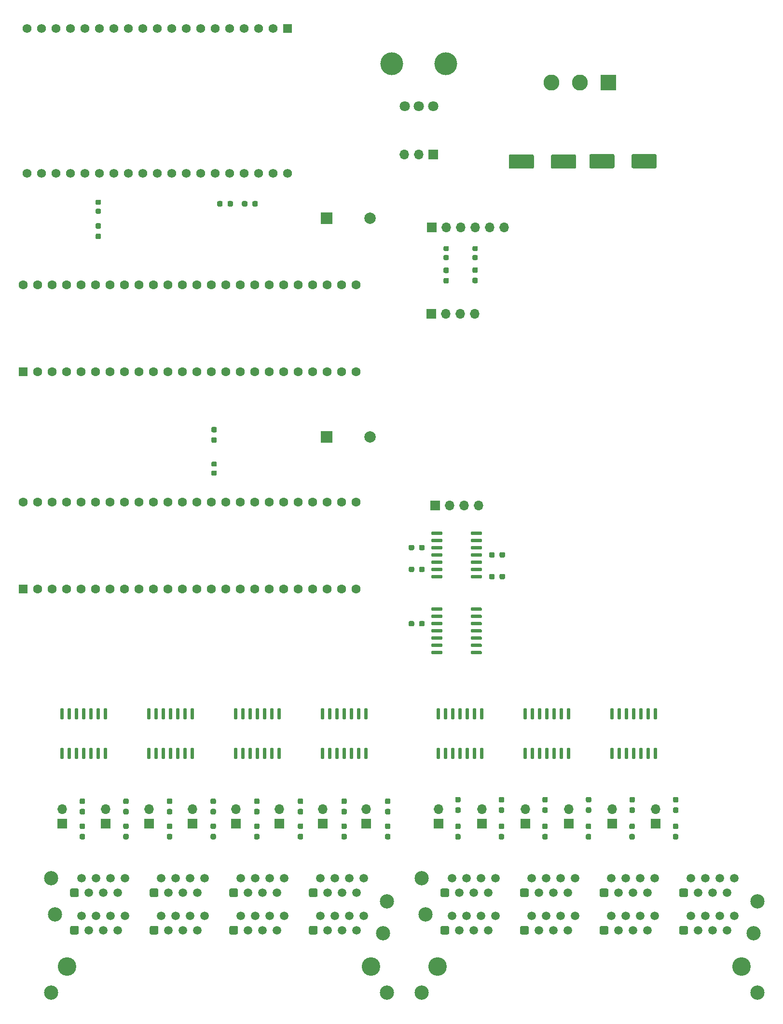
<source format=gts>
%TF.GenerationSoftware,KiCad,Pcbnew,(5.1.9-0-10_14)*%
%TF.CreationDate,2021-06-23T09:28:56+02:00*%
%TF.ProjectId,MechanicalTheatre,4d656368-616e-4696-9361-6c5468656174,rev?*%
%TF.SameCoordinates,Original*%
%TF.FileFunction,Soldermask,Top*%
%TF.FilePolarity,Negative*%
%FSLAX46Y46*%
G04 Gerber Fmt 4.6, Leading zero omitted, Abs format (unit mm)*
G04 Created by KiCad (PCBNEW (5.1.9-0-10_14)) date 2021-06-23 09:28:56*
%MOMM*%
%LPD*%
G01*
G04 APERTURE LIST*
%ADD10C,2.500000*%
%ADD11C,1.500000*%
%ADD12C,3.250000*%
%ADD13O,1.700000X1.700000*%
%ADD14R,1.700000X1.700000*%
%ADD15C,1.600000*%
%ADD16R,1.600000X1.600000*%
%ADD17C,1.560000*%
%ADD18R,1.560000X1.560000*%
%ADD19C,4.000000*%
%ADD20C,1.800000*%
%ADD21C,2.800000*%
%ADD22R,2.800000X2.800000*%
%ADD23C,2.000000*%
%ADD24R,2.000000X2.000000*%
G04 APERTURE END LIST*
D10*
%TO.C,J12*%
X163460000Y-219570000D03*
X104540000Y-219570000D03*
X104540000Y-199540000D03*
X163460000Y-203600000D03*
X105205000Y-205850000D03*
D11*
X159390000Y-199540000D03*
X158130000Y-202080000D03*
X156850000Y-199540000D03*
X155590000Y-202080000D03*
X154310000Y-199540000D03*
X153050000Y-202080000D03*
X151770000Y-199540000D03*
G36*
G01*
X149760000Y-202579500D02*
X149760000Y-201580500D01*
G75*
G02*
X150010500Y-201330000I250500J0D01*
G01*
X151009500Y-201330000D01*
G75*
G02*
X151260000Y-201580500I0J-250500D01*
G01*
X151260000Y-202579500D01*
G75*
G02*
X151009500Y-202830000I-250500J0D01*
G01*
X150010500Y-202830000D01*
G75*
G02*
X149760000Y-202579500I0J250500D01*
G01*
G37*
X111140000Y-202080000D03*
G36*
G01*
X107850000Y-202579500D02*
X107850000Y-201580500D01*
G75*
G02*
X108100500Y-201330000I250500J0D01*
G01*
X109099500Y-201330000D01*
G75*
G02*
X109350000Y-201580500I0J-250500D01*
G01*
X109350000Y-202579500D01*
G75*
G02*
X109099500Y-202830000I-250500J0D01*
G01*
X108100500Y-202830000D01*
G75*
G02*
X107850000Y-202579500I0J250500D01*
G01*
G37*
X112400000Y-199540000D03*
X117480000Y-199540000D03*
X109860000Y-199540000D03*
X113680000Y-202080000D03*
X114940000Y-199540000D03*
X116220000Y-202080000D03*
X123830000Y-199540000D03*
X131450000Y-199540000D03*
X126370000Y-199540000D03*
G36*
G01*
X121820000Y-202579500D02*
X121820000Y-201580500D01*
G75*
G02*
X122070500Y-201330000I250500J0D01*
G01*
X123069500Y-201330000D01*
G75*
G02*
X123320000Y-201580500I0J-250500D01*
G01*
X123320000Y-202579500D01*
G75*
G02*
X123069500Y-202830000I-250500J0D01*
G01*
X122070500Y-202830000D01*
G75*
G02*
X121820000Y-202579500I0J250500D01*
G01*
G37*
X125110000Y-202080000D03*
X130190000Y-202080000D03*
X128910000Y-199540000D03*
X127650000Y-202080000D03*
X137800000Y-199540000D03*
X145420000Y-199540000D03*
X140340000Y-199540000D03*
G36*
G01*
X135790000Y-202579500D02*
X135790000Y-201580500D01*
G75*
G02*
X136040500Y-201330000I250500J0D01*
G01*
X137039500Y-201330000D01*
G75*
G02*
X137290000Y-201580500I0J-250500D01*
G01*
X137290000Y-202579500D01*
G75*
G02*
X137039500Y-202830000I-250500J0D01*
G01*
X136040500Y-202830000D01*
G75*
G02*
X135790000Y-202579500I0J250500D01*
G01*
G37*
X139080000Y-202080000D03*
X144160000Y-202080000D03*
X142880000Y-199540000D03*
X141620000Y-202080000D03*
X141620000Y-208650000D03*
X142880000Y-206110000D03*
X144160000Y-208650000D03*
X139080000Y-208650000D03*
G36*
G01*
X135790000Y-209149500D02*
X135790000Y-208150500D01*
G75*
G02*
X136040500Y-207900000I250500J0D01*
G01*
X137039500Y-207900000D01*
G75*
G02*
X137290000Y-208150500I0J-250500D01*
G01*
X137290000Y-209149500D01*
G75*
G02*
X137039500Y-209400000I-250500J0D01*
G01*
X136040500Y-209400000D01*
G75*
G02*
X135790000Y-209149500I0J250500D01*
G01*
G37*
X140340000Y-206110000D03*
X145420000Y-206110000D03*
X137800000Y-206110000D03*
X127650000Y-208650000D03*
X128910000Y-206110000D03*
X130190000Y-208650000D03*
X125110000Y-208650000D03*
G36*
G01*
X121820000Y-209149500D02*
X121820000Y-208150500D01*
G75*
G02*
X122070500Y-207900000I250500J0D01*
G01*
X123069500Y-207900000D01*
G75*
G02*
X123320000Y-208150500I0J-250500D01*
G01*
X123320000Y-209149500D01*
G75*
G02*
X123069500Y-209400000I-250500J0D01*
G01*
X122070500Y-209400000D01*
G75*
G02*
X121820000Y-209149500I0J250500D01*
G01*
G37*
X126370000Y-206110000D03*
X131450000Y-206110000D03*
X123830000Y-206110000D03*
X109860000Y-206110000D03*
X117480000Y-206110000D03*
X112400000Y-206110000D03*
G36*
G01*
X107850000Y-209149500D02*
X107850000Y-208150500D01*
G75*
G02*
X108100500Y-207900000I250500J0D01*
G01*
X109099500Y-207900000D01*
G75*
G02*
X109350000Y-208150500I0J-250500D01*
G01*
X109350000Y-209149500D01*
G75*
G02*
X109099500Y-209400000I-250500J0D01*
G01*
X108100500Y-209400000D01*
G75*
G02*
X107850000Y-209149500I0J250500D01*
G01*
G37*
X111140000Y-208650000D03*
X116220000Y-208650000D03*
X114940000Y-206110000D03*
X113680000Y-208650000D03*
G36*
G01*
X149760000Y-209149500D02*
X149760000Y-208150500D01*
G75*
G02*
X150010500Y-207900000I250500J0D01*
G01*
X151009500Y-207900000D01*
G75*
G02*
X151260000Y-208150500I0J-250500D01*
G01*
X151260000Y-209149500D01*
G75*
G02*
X151009500Y-209400000I-250500J0D01*
G01*
X150010500Y-209400000D01*
G75*
G02*
X149760000Y-209149500I0J250500D01*
G01*
G37*
X151770000Y-206110000D03*
X153050000Y-208650000D03*
X154310000Y-206110000D03*
X155590000Y-208650000D03*
X156850000Y-206110000D03*
X158130000Y-208650000D03*
X159390000Y-206110000D03*
D10*
X162795000Y-209150000D03*
D12*
X107330000Y-215000000D03*
X160670000Y-215000000D03*
%TD*%
D13*
%TO.C,J23*%
X56660000Y-187420000D03*
D14*
X56660000Y-189960000D03*
%TD*%
D13*
%TO.C,J22*%
X145560000Y-187420000D03*
D14*
X145560000Y-189960000D03*
%TD*%
D13*
%TO.C,J21*%
X137940000Y-187420000D03*
D14*
X137940000Y-189960000D03*
%TD*%
D13*
%TO.C,J20*%
X130320000Y-187420000D03*
D14*
X130320000Y-189960000D03*
%TD*%
D13*
%TO.C,J19*%
X122700000Y-187420000D03*
D14*
X122700000Y-189960000D03*
%TD*%
D13*
%TO.C,J18*%
X94760000Y-187420000D03*
D14*
X94760000Y-189960000D03*
%TD*%
D13*
%TO.C,J17*%
X107460000Y-187420000D03*
D14*
X107460000Y-189960000D03*
%TD*%
D13*
%TO.C,J16*%
X115080000Y-187420000D03*
D14*
X115080000Y-189960000D03*
%TD*%
D13*
%TO.C,J15*%
X87140000Y-187420000D03*
D14*
X87140000Y-189960000D03*
%TD*%
D13*
%TO.C,J14*%
X79520000Y-187420000D03*
D14*
X79520000Y-189960000D03*
%TD*%
D13*
%TO.C,J13*%
X71900000Y-187420000D03*
D14*
X71900000Y-189960000D03*
%TD*%
D13*
%TO.C,J10*%
X41420000Y-187420000D03*
D14*
X41420000Y-189960000D03*
%TD*%
D13*
%TO.C,J9*%
X101473000Y-72583000D03*
X104013000Y-72583000D03*
D14*
X106553000Y-72583000D03*
%TD*%
D13*
%TO.C,J8*%
X113820000Y-100540000D03*
X111280000Y-100540000D03*
X108740000Y-100540000D03*
D14*
X106200000Y-100540000D03*
%TD*%
D13*
%TO.C,J7*%
X114554000Y-134178000D03*
X112014000Y-134178000D03*
X109474000Y-134178000D03*
D14*
X106934000Y-134178000D03*
%TD*%
D13*
%TO.C,J4*%
X118999000Y-85410000D03*
X116459000Y-85410000D03*
X113919000Y-85410000D03*
X111379000Y-85410000D03*
X108839000Y-85410000D03*
D14*
X106299000Y-85410000D03*
%TD*%
D13*
%TO.C,J3*%
X64280000Y-187420000D03*
D14*
X64280000Y-189960000D03*
%TD*%
D13*
%TO.C,J2*%
X49040000Y-187420000D03*
D14*
X49040000Y-189960000D03*
%TD*%
D15*
%TO.C,U15*%
X34610000Y-95500000D03*
X37150000Y-95500000D03*
X39690000Y-95500000D03*
X42230000Y-95500000D03*
X44770000Y-95500000D03*
X47310000Y-95500000D03*
X49850000Y-95500000D03*
X52390000Y-95500000D03*
X54930000Y-95500000D03*
X57470000Y-95500000D03*
X60010000Y-95500000D03*
X62550000Y-95500000D03*
X65090000Y-95500000D03*
X67630000Y-95500000D03*
D16*
X34610000Y-110740000D03*
D15*
X37150000Y-110740000D03*
X39690000Y-110740000D03*
X42230000Y-110740000D03*
X44770000Y-110740000D03*
X47310000Y-110740000D03*
X49850000Y-110740000D03*
X52390000Y-110740000D03*
X54930000Y-110740000D03*
X57470000Y-110740000D03*
X60010000Y-110740000D03*
X62550000Y-110740000D03*
X65090000Y-110740000D03*
X70170000Y-95500000D03*
X72710000Y-95500000D03*
X75250000Y-95500000D03*
X77790000Y-95500000D03*
X80330000Y-95500000D03*
X82870000Y-95500000D03*
X85410000Y-95500000D03*
X87950000Y-95500000D03*
X90490000Y-95500000D03*
X93030000Y-95500000D03*
X93030000Y-110740000D03*
X90490000Y-110740000D03*
X87950000Y-110740000D03*
X85410000Y-110740000D03*
X67630000Y-110740000D03*
X70170000Y-110740000D03*
X72710000Y-110740000D03*
X82870000Y-110740000D03*
X80330000Y-110740000D03*
X77790000Y-110740000D03*
X75250000Y-110740000D03*
%TD*%
%TO.C,U13*%
G36*
G01*
X122860000Y-171705000D02*
X122560000Y-171705000D01*
G75*
G02*
X122410000Y-171555000I0J150000D01*
G01*
X122410000Y-169880000D01*
G75*
G02*
X122560000Y-169730000I150000J0D01*
G01*
X122860000Y-169730000D01*
G75*
G02*
X123010000Y-169880000I0J-150000D01*
G01*
X123010000Y-171555000D01*
G75*
G02*
X122860000Y-171705000I-150000J0D01*
G01*
G37*
G36*
G01*
X124130000Y-171705000D02*
X123830000Y-171705000D01*
G75*
G02*
X123680000Y-171555000I0J150000D01*
G01*
X123680000Y-169880000D01*
G75*
G02*
X123830000Y-169730000I150000J0D01*
G01*
X124130000Y-169730000D01*
G75*
G02*
X124280000Y-169880000I0J-150000D01*
G01*
X124280000Y-171555000D01*
G75*
G02*
X124130000Y-171705000I-150000J0D01*
G01*
G37*
G36*
G01*
X125400000Y-171705000D02*
X125100000Y-171705000D01*
G75*
G02*
X124950000Y-171555000I0J150000D01*
G01*
X124950000Y-169880000D01*
G75*
G02*
X125100000Y-169730000I150000J0D01*
G01*
X125400000Y-169730000D01*
G75*
G02*
X125550000Y-169880000I0J-150000D01*
G01*
X125550000Y-171555000D01*
G75*
G02*
X125400000Y-171705000I-150000J0D01*
G01*
G37*
G36*
G01*
X126670000Y-171705000D02*
X126370000Y-171705000D01*
G75*
G02*
X126220000Y-171555000I0J150000D01*
G01*
X126220000Y-169880000D01*
G75*
G02*
X126370000Y-169730000I150000J0D01*
G01*
X126670000Y-169730000D01*
G75*
G02*
X126820000Y-169880000I0J-150000D01*
G01*
X126820000Y-171555000D01*
G75*
G02*
X126670000Y-171705000I-150000J0D01*
G01*
G37*
G36*
G01*
X127940000Y-171705000D02*
X127640000Y-171705000D01*
G75*
G02*
X127490000Y-171555000I0J150000D01*
G01*
X127490000Y-169880000D01*
G75*
G02*
X127640000Y-169730000I150000J0D01*
G01*
X127940000Y-169730000D01*
G75*
G02*
X128090000Y-169880000I0J-150000D01*
G01*
X128090000Y-171555000D01*
G75*
G02*
X127940000Y-171705000I-150000J0D01*
G01*
G37*
G36*
G01*
X129210000Y-171705000D02*
X128910000Y-171705000D01*
G75*
G02*
X128760000Y-171555000I0J150000D01*
G01*
X128760000Y-169880000D01*
G75*
G02*
X128910000Y-169730000I150000J0D01*
G01*
X129210000Y-169730000D01*
G75*
G02*
X129360000Y-169880000I0J-150000D01*
G01*
X129360000Y-171555000D01*
G75*
G02*
X129210000Y-171705000I-150000J0D01*
G01*
G37*
G36*
G01*
X130480000Y-171705000D02*
X130180000Y-171705000D01*
G75*
G02*
X130030000Y-171555000I0J150000D01*
G01*
X130030000Y-169880000D01*
G75*
G02*
X130180000Y-169730000I150000J0D01*
G01*
X130480000Y-169730000D01*
G75*
G02*
X130630000Y-169880000I0J-150000D01*
G01*
X130630000Y-171555000D01*
G75*
G02*
X130480000Y-171705000I-150000J0D01*
G01*
G37*
G36*
G01*
X130480000Y-178630000D02*
X130180000Y-178630000D01*
G75*
G02*
X130030000Y-178480000I0J150000D01*
G01*
X130030000Y-176805000D01*
G75*
G02*
X130180000Y-176655000I150000J0D01*
G01*
X130480000Y-176655000D01*
G75*
G02*
X130630000Y-176805000I0J-150000D01*
G01*
X130630000Y-178480000D01*
G75*
G02*
X130480000Y-178630000I-150000J0D01*
G01*
G37*
G36*
G01*
X129210000Y-178630000D02*
X128910000Y-178630000D01*
G75*
G02*
X128760000Y-178480000I0J150000D01*
G01*
X128760000Y-176805000D01*
G75*
G02*
X128910000Y-176655000I150000J0D01*
G01*
X129210000Y-176655000D01*
G75*
G02*
X129360000Y-176805000I0J-150000D01*
G01*
X129360000Y-178480000D01*
G75*
G02*
X129210000Y-178630000I-150000J0D01*
G01*
G37*
G36*
G01*
X127940000Y-178630000D02*
X127640000Y-178630000D01*
G75*
G02*
X127490000Y-178480000I0J150000D01*
G01*
X127490000Y-176805000D01*
G75*
G02*
X127640000Y-176655000I150000J0D01*
G01*
X127940000Y-176655000D01*
G75*
G02*
X128090000Y-176805000I0J-150000D01*
G01*
X128090000Y-178480000D01*
G75*
G02*
X127940000Y-178630000I-150000J0D01*
G01*
G37*
G36*
G01*
X126670000Y-178630000D02*
X126370000Y-178630000D01*
G75*
G02*
X126220000Y-178480000I0J150000D01*
G01*
X126220000Y-176805000D01*
G75*
G02*
X126370000Y-176655000I150000J0D01*
G01*
X126670000Y-176655000D01*
G75*
G02*
X126820000Y-176805000I0J-150000D01*
G01*
X126820000Y-178480000D01*
G75*
G02*
X126670000Y-178630000I-150000J0D01*
G01*
G37*
G36*
G01*
X125400000Y-178630000D02*
X125100000Y-178630000D01*
G75*
G02*
X124950000Y-178480000I0J150000D01*
G01*
X124950000Y-176805000D01*
G75*
G02*
X125100000Y-176655000I150000J0D01*
G01*
X125400000Y-176655000D01*
G75*
G02*
X125550000Y-176805000I0J-150000D01*
G01*
X125550000Y-178480000D01*
G75*
G02*
X125400000Y-178630000I-150000J0D01*
G01*
G37*
G36*
G01*
X124130000Y-178630000D02*
X123830000Y-178630000D01*
G75*
G02*
X123680000Y-178480000I0J150000D01*
G01*
X123680000Y-176805000D01*
G75*
G02*
X123830000Y-176655000I150000J0D01*
G01*
X124130000Y-176655000D01*
G75*
G02*
X124280000Y-176805000I0J-150000D01*
G01*
X124280000Y-178480000D01*
G75*
G02*
X124130000Y-178630000I-150000J0D01*
G01*
G37*
G36*
G01*
X122860000Y-178630000D02*
X122560000Y-178630000D01*
G75*
G02*
X122410000Y-178480000I0J150000D01*
G01*
X122410000Y-176805000D01*
G75*
G02*
X122560000Y-176655000I150000J0D01*
G01*
X122860000Y-176655000D01*
G75*
G02*
X123010000Y-176805000I0J-150000D01*
G01*
X123010000Y-178480000D01*
G75*
G02*
X122860000Y-178630000I-150000J0D01*
G01*
G37*
%TD*%
%TO.C,U12*%
G36*
G01*
X138100000Y-171705000D02*
X137800000Y-171705000D01*
G75*
G02*
X137650000Y-171555000I0J150000D01*
G01*
X137650000Y-169880000D01*
G75*
G02*
X137800000Y-169730000I150000J0D01*
G01*
X138100000Y-169730000D01*
G75*
G02*
X138250000Y-169880000I0J-150000D01*
G01*
X138250000Y-171555000D01*
G75*
G02*
X138100000Y-171705000I-150000J0D01*
G01*
G37*
G36*
G01*
X139370000Y-171705000D02*
X139070000Y-171705000D01*
G75*
G02*
X138920000Y-171555000I0J150000D01*
G01*
X138920000Y-169880000D01*
G75*
G02*
X139070000Y-169730000I150000J0D01*
G01*
X139370000Y-169730000D01*
G75*
G02*
X139520000Y-169880000I0J-150000D01*
G01*
X139520000Y-171555000D01*
G75*
G02*
X139370000Y-171705000I-150000J0D01*
G01*
G37*
G36*
G01*
X140640000Y-171705000D02*
X140340000Y-171705000D01*
G75*
G02*
X140190000Y-171555000I0J150000D01*
G01*
X140190000Y-169880000D01*
G75*
G02*
X140340000Y-169730000I150000J0D01*
G01*
X140640000Y-169730000D01*
G75*
G02*
X140790000Y-169880000I0J-150000D01*
G01*
X140790000Y-171555000D01*
G75*
G02*
X140640000Y-171705000I-150000J0D01*
G01*
G37*
G36*
G01*
X141910000Y-171705000D02*
X141610000Y-171705000D01*
G75*
G02*
X141460000Y-171555000I0J150000D01*
G01*
X141460000Y-169880000D01*
G75*
G02*
X141610000Y-169730000I150000J0D01*
G01*
X141910000Y-169730000D01*
G75*
G02*
X142060000Y-169880000I0J-150000D01*
G01*
X142060000Y-171555000D01*
G75*
G02*
X141910000Y-171705000I-150000J0D01*
G01*
G37*
G36*
G01*
X143180000Y-171705000D02*
X142880000Y-171705000D01*
G75*
G02*
X142730000Y-171555000I0J150000D01*
G01*
X142730000Y-169880000D01*
G75*
G02*
X142880000Y-169730000I150000J0D01*
G01*
X143180000Y-169730000D01*
G75*
G02*
X143330000Y-169880000I0J-150000D01*
G01*
X143330000Y-171555000D01*
G75*
G02*
X143180000Y-171705000I-150000J0D01*
G01*
G37*
G36*
G01*
X144450000Y-171705000D02*
X144150000Y-171705000D01*
G75*
G02*
X144000000Y-171555000I0J150000D01*
G01*
X144000000Y-169880000D01*
G75*
G02*
X144150000Y-169730000I150000J0D01*
G01*
X144450000Y-169730000D01*
G75*
G02*
X144600000Y-169880000I0J-150000D01*
G01*
X144600000Y-171555000D01*
G75*
G02*
X144450000Y-171705000I-150000J0D01*
G01*
G37*
G36*
G01*
X145720000Y-171705000D02*
X145420000Y-171705000D01*
G75*
G02*
X145270000Y-171555000I0J150000D01*
G01*
X145270000Y-169880000D01*
G75*
G02*
X145420000Y-169730000I150000J0D01*
G01*
X145720000Y-169730000D01*
G75*
G02*
X145870000Y-169880000I0J-150000D01*
G01*
X145870000Y-171555000D01*
G75*
G02*
X145720000Y-171705000I-150000J0D01*
G01*
G37*
G36*
G01*
X145720000Y-178630000D02*
X145420000Y-178630000D01*
G75*
G02*
X145270000Y-178480000I0J150000D01*
G01*
X145270000Y-176805000D01*
G75*
G02*
X145420000Y-176655000I150000J0D01*
G01*
X145720000Y-176655000D01*
G75*
G02*
X145870000Y-176805000I0J-150000D01*
G01*
X145870000Y-178480000D01*
G75*
G02*
X145720000Y-178630000I-150000J0D01*
G01*
G37*
G36*
G01*
X144450000Y-178630000D02*
X144150000Y-178630000D01*
G75*
G02*
X144000000Y-178480000I0J150000D01*
G01*
X144000000Y-176805000D01*
G75*
G02*
X144150000Y-176655000I150000J0D01*
G01*
X144450000Y-176655000D01*
G75*
G02*
X144600000Y-176805000I0J-150000D01*
G01*
X144600000Y-178480000D01*
G75*
G02*
X144450000Y-178630000I-150000J0D01*
G01*
G37*
G36*
G01*
X143180000Y-178630000D02*
X142880000Y-178630000D01*
G75*
G02*
X142730000Y-178480000I0J150000D01*
G01*
X142730000Y-176805000D01*
G75*
G02*
X142880000Y-176655000I150000J0D01*
G01*
X143180000Y-176655000D01*
G75*
G02*
X143330000Y-176805000I0J-150000D01*
G01*
X143330000Y-178480000D01*
G75*
G02*
X143180000Y-178630000I-150000J0D01*
G01*
G37*
G36*
G01*
X141910000Y-178630000D02*
X141610000Y-178630000D01*
G75*
G02*
X141460000Y-178480000I0J150000D01*
G01*
X141460000Y-176805000D01*
G75*
G02*
X141610000Y-176655000I150000J0D01*
G01*
X141910000Y-176655000D01*
G75*
G02*
X142060000Y-176805000I0J-150000D01*
G01*
X142060000Y-178480000D01*
G75*
G02*
X141910000Y-178630000I-150000J0D01*
G01*
G37*
G36*
G01*
X140640000Y-178630000D02*
X140340000Y-178630000D01*
G75*
G02*
X140190000Y-178480000I0J150000D01*
G01*
X140190000Y-176805000D01*
G75*
G02*
X140340000Y-176655000I150000J0D01*
G01*
X140640000Y-176655000D01*
G75*
G02*
X140790000Y-176805000I0J-150000D01*
G01*
X140790000Y-178480000D01*
G75*
G02*
X140640000Y-178630000I-150000J0D01*
G01*
G37*
G36*
G01*
X139370000Y-178630000D02*
X139070000Y-178630000D01*
G75*
G02*
X138920000Y-178480000I0J150000D01*
G01*
X138920000Y-176805000D01*
G75*
G02*
X139070000Y-176655000I150000J0D01*
G01*
X139370000Y-176655000D01*
G75*
G02*
X139520000Y-176805000I0J-150000D01*
G01*
X139520000Y-178480000D01*
G75*
G02*
X139370000Y-178630000I-150000J0D01*
G01*
G37*
G36*
G01*
X138100000Y-178630000D02*
X137800000Y-178630000D01*
G75*
G02*
X137650000Y-178480000I0J150000D01*
G01*
X137650000Y-176805000D01*
G75*
G02*
X137800000Y-176655000I150000J0D01*
G01*
X138100000Y-176655000D01*
G75*
G02*
X138250000Y-176805000I0J-150000D01*
G01*
X138250000Y-178480000D01*
G75*
G02*
X138100000Y-178630000I-150000J0D01*
G01*
G37*
%TD*%
%TO.C,U11*%
G36*
G01*
X107620000Y-171705000D02*
X107320000Y-171705000D01*
G75*
G02*
X107170000Y-171555000I0J150000D01*
G01*
X107170000Y-169880000D01*
G75*
G02*
X107320000Y-169730000I150000J0D01*
G01*
X107620000Y-169730000D01*
G75*
G02*
X107770000Y-169880000I0J-150000D01*
G01*
X107770000Y-171555000D01*
G75*
G02*
X107620000Y-171705000I-150000J0D01*
G01*
G37*
G36*
G01*
X108890000Y-171705000D02*
X108590000Y-171705000D01*
G75*
G02*
X108440000Y-171555000I0J150000D01*
G01*
X108440000Y-169880000D01*
G75*
G02*
X108590000Y-169730000I150000J0D01*
G01*
X108890000Y-169730000D01*
G75*
G02*
X109040000Y-169880000I0J-150000D01*
G01*
X109040000Y-171555000D01*
G75*
G02*
X108890000Y-171705000I-150000J0D01*
G01*
G37*
G36*
G01*
X110160000Y-171705000D02*
X109860000Y-171705000D01*
G75*
G02*
X109710000Y-171555000I0J150000D01*
G01*
X109710000Y-169880000D01*
G75*
G02*
X109860000Y-169730000I150000J0D01*
G01*
X110160000Y-169730000D01*
G75*
G02*
X110310000Y-169880000I0J-150000D01*
G01*
X110310000Y-171555000D01*
G75*
G02*
X110160000Y-171705000I-150000J0D01*
G01*
G37*
G36*
G01*
X111430000Y-171705000D02*
X111130000Y-171705000D01*
G75*
G02*
X110980000Y-171555000I0J150000D01*
G01*
X110980000Y-169880000D01*
G75*
G02*
X111130000Y-169730000I150000J0D01*
G01*
X111430000Y-169730000D01*
G75*
G02*
X111580000Y-169880000I0J-150000D01*
G01*
X111580000Y-171555000D01*
G75*
G02*
X111430000Y-171705000I-150000J0D01*
G01*
G37*
G36*
G01*
X112700000Y-171705000D02*
X112400000Y-171705000D01*
G75*
G02*
X112250000Y-171555000I0J150000D01*
G01*
X112250000Y-169880000D01*
G75*
G02*
X112400000Y-169730000I150000J0D01*
G01*
X112700000Y-169730000D01*
G75*
G02*
X112850000Y-169880000I0J-150000D01*
G01*
X112850000Y-171555000D01*
G75*
G02*
X112700000Y-171705000I-150000J0D01*
G01*
G37*
G36*
G01*
X113970000Y-171705000D02*
X113670000Y-171705000D01*
G75*
G02*
X113520000Y-171555000I0J150000D01*
G01*
X113520000Y-169880000D01*
G75*
G02*
X113670000Y-169730000I150000J0D01*
G01*
X113970000Y-169730000D01*
G75*
G02*
X114120000Y-169880000I0J-150000D01*
G01*
X114120000Y-171555000D01*
G75*
G02*
X113970000Y-171705000I-150000J0D01*
G01*
G37*
G36*
G01*
X115240000Y-171705000D02*
X114940000Y-171705000D01*
G75*
G02*
X114790000Y-171555000I0J150000D01*
G01*
X114790000Y-169880000D01*
G75*
G02*
X114940000Y-169730000I150000J0D01*
G01*
X115240000Y-169730000D01*
G75*
G02*
X115390000Y-169880000I0J-150000D01*
G01*
X115390000Y-171555000D01*
G75*
G02*
X115240000Y-171705000I-150000J0D01*
G01*
G37*
G36*
G01*
X115240000Y-178630000D02*
X114940000Y-178630000D01*
G75*
G02*
X114790000Y-178480000I0J150000D01*
G01*
X114790000Y-176805000D01*
G75*
G02*
X114940000Y-176655000I150000J0D01*
G01*
X115240000Y-176655000D01*
G75*
G02*
X115390000Y-176805000I0J-150000D01*
G01*
X115390000Y-178480000D01*
G75*
G02*
X115240000Y-178630000I-150000J0D01*
G01*
G37*
G36*
G01*
X113970000Y-178630000D02*
X113670000Y-178630000D01*
G75*
G02*
X113520000Y-178480000I0J150000D01*
G01*
X113520000Y-176805000D01*
G75*
G02*
X113670000Y-176655000I150000J0D01*
G01*
X113970000Y-176655000D01*
G75*
G02*
X114120000Y-176805000I0J-150000D01*
G01*
X114120000Y-178480000D01*
G75*
G02*
X113970000Y-178630000I-150000J0D01*
G01*
G37*
G36*
G01*
X112700000Y-178630000D02*
X112400000Y-178630000D01*
G75*
G02*
X112250000Y-178480000I0J150000D01*
G01*
X112250000Y-176805000D01*
G75*
G02*
X112400000Y-176655000I150000J0D01*
G01*
X112700000Y-176655000D01*
G75*
G02*
X112850000Y-176805000I0J-150000D01*
G01*
X112850000Y-178480000D01*
G75*
G02*
X112700000Y-178630000I-150000J0D01*
G01*
G37*
G36*
G01*
X111430000Y-178630000D02*
X111130000Y-178630000D01*
G75*
G02*
X110980000Y-178480000I0J150000D01*
G01*
X110980000Y-176805000D01*
G75*
G02*
X111130000Y-176655000I150000J0D01*
G01*
X111430000Y-176655000D01*
G75*
G02*
X111580000Y-176805000I0J-150000D01*
G01*
X111580000Y-178480000D01*
G75*
G02*
X111430000Y-178630000I-150000J0D01*
G01*
G37*
G36*
G01*
X110160000Y-178630000D02*
X109860000Y-178630000D01*
G75*
G02*
X109710000Y-178480000I0J150000D01*
G01*
X109710000Y-176805000D01*
G75*
G02*
X109860000Y-176655000I150000J0D01*
G01*
X110160000Y-176655000D01*
G75*
G02*
X110310000Y-176805000I0J-150000D01*
G01*
X110310000Y-178480000D01*
G75*
G02*
X110160000Y-178630000I-150000J0D01*
G01*
G37*
G36*
G01*
X108890000Y-178630000D02*
X108590000Y-178630000D01*
G75*
G02*
X108440000Y-178480000I0J150000D01*
G01*
X108440000Y-176805000D01*
G75*
G02*
X108590000Y-176655000I150000J0D01*
G01*
X108890000Y-176655000D01*
G75*
G02*
X109040000Y-176805000I0J-150000D01*
G01*
X109040000Y-178480000D01*
G75*
G02*
X108890000Y-178630000I-150000J0D01*
G01*
G37*
G36*
G01*
X107620000Y-178630000D02*
X107320000Y-178630000D01*
G75*
G02*
X107170000Y-178480000I0J150000D01*
G01*
X107170000Y-176805000D01*
G75*
G02*
X107320000Y-176655000I150000J0D01*
G01*
X107620000Y-176655000D01*
G75*
G02*
X107770000Y-176805000I0J-150000D01*
G01*
X107770000Y-178480000D01*
G75*
G02*
X107620000Y-178630000I-150000J0D01*
G01*
G37*
%TD*%
%TO.C,U9*%
G36*
G01*
X87300000Y-171705000D02*
X87000000Y-171705000D01*
G75*
G02*
X86850000Y-171555000I0J150000D01*
G01*
X86850000Y-169880000D01*
G75*
G02*
X87000000Y-169730000I150000J0D01*
G01*
X87300000Y-169730000D01*
G75*
G02*
X87450000Y-169880000I0J-150000D01*
G01*
X87450000Y-171555000D01*
G75*
G02*
X87300000Y-171705000I-150000J0D01*
G01*
G37*
G36*
G01*
X88570000Y-171705000D02*
X88270000Y-171705000D01*
G75*
G02*
X88120000Y-171555000I0J150000D01*
G01*
X88120000Y-169880000D01*
G75*
G02*
X88270000Y-169730000I150000J0D01*
G01*
X88570000Y-169730000D01*
G75*
G02*
X88720000Y-169880000I0J-150000D01*
G01*
X88720000Y-171555000D01*
G75*
G02*
X88570000Y-171705000I-150000J0D01*
G01*
G37*
G36*
G01*
X89840000Y-171705000D02*
X89540000Y-171705000D01*
G75*
G02*
X89390000Y-171555000I0J150000D01*
G01*
X89390000Y-169880000D01*
G75*
G02*
X89540000Y-169730000I150000J0D01*
G01*
X89840000Y-169730000D01*
G75*
G02*
X89990000Y-169880000I0J-150000D01*
G01*
X89990000Y-171555000D01*
G75*
G02*
X89840000Y-171705000I-150000J0D01*
G01*
G37*
G36*
G01*
X91110000Y-171705000D02*
X90810000Y-171705000D01*
G75*
G02*
X90660000Y-171555000I0J150000D01*
G01*
X90660000Y-169880000D01*
G75*
G02*
X90810000Y-169730000I150000J0D01*
G01*
X91110000Y-169730000D01*
G75*
G02*
X91260000Y-169880000I0J-150000D01*
G01*
X91260000Y-171555000D01*
G75*
G02*
X91110000Y-171705000I-150000J0D01*
G01*
G37*
G36*
G01*
X92380000Y-171705000D02*
X92080000Y-171705000D01*
G75*
G02*
X91930000Y-171555000I0J150000D01*
G01*
X91930000Y-169880000D01*
G75*
G02*
X92080000Y-169730000I150000J0D01*
G01*
X92380000Y-169730000D01*
G75*
G02*
X92530000Y-169880000I0J-150000D01*
G01*
X92530000Y-171555000D01*
G75*
G02*
X92380000Y-171705000I-150000J0D01*
G01*
G37*
G36*
G01*
X93650000Y-171705000D02*
X93350000Y-171705000D01*
G75*
G02*
X93200000Y-171555000I0J150000D01*
G01*
X93200000Y-169880000D01*
G75*
G02*
X93350000Y-169730000I150000J0D01*
G01*
X93650000Y-169730000D01*
G75*
G02*
X93800000Y-169880000I0J-150000D01*
G01*
X93800000Y-171555000D01*
G75*
G02*
X93650000Y-171705000I-150000J0D01*
G01*
G37*
G36*
G01*
X94920000Y-171705000D02*
X94620000Y-171705000D01*
G75*
G02*
X94470000Y-171555000I0J150000D01*
G01*
X94470000Y-169880000D01*
G75*
G02*
X94620000Y-169730000I150000J0D01*
G01*
X94920000Y-169730000D01*
G75*
G02*
X95070000Y-169880000I0J-150000D01*
G01*
X95070000Y-171555000D01*
G75*
G02*
X94920000Y-171705000I-150000J0D01*
G01*
G37*
G36*
G01*
X94920000Y-178630000D02*
X94620000Y-178630000D01*
G75*
G02*
X94470000Y-178480000I0J150000D01*
G01*
X94470000Y-176805000D01*
G75*
G02*
X94620000Y-176655000I150000J0D01*
G01*
X94920000Y-176655000D01*
G75*
G02*
X95070000Y-176805000I0J-150000D01*
G01*
X95070000Y-178480000D01*
G75*
G02*
X94920000Y-178630000I-150000J0D01*
G01*
G37*
G36*
G01*
X93650000Y-178630000D02*
X93350000Y-178630000D01*
G75*
G02*
X93200000Y-178480000I0J150000D01*
G01*
X93200000Y-176805000D01*
G75*
G02*
X93350000Y-176655000I150000J0D01*
G01*
X93650000Y-176655000D01*
G75*
G02*
X93800000Y-176805000I0J-150000D01*
G01*
X93800000Y-178480000D01*
G75*
G02*
X93650000Y-178630000I-150000J0D01*
G01*
G37*
G36*
G01*
X92380000Y-178630000D02*
X92080000Y-178630000D01*
G75*
G02*
X91930000Y-178480000I0J150000D01*
G01*
X91930000Y-176805000D01*
G75*
G02*
X92080000Y-176655000I150000J0D01*
G01*
X92380000Y-176655000D01*
G75*
G02*
X92530000Y-176805000I0J-150000D01*
G01*
X92530000Y-178480000D01*
G75*
G02*
X92380000Y-178630000I-150000J0D01*
G01*
G37*
G36*
G01*
X91110000Y-178630000D02*
X90810000Y-178630000D01*
G75*
G02*
X90660000Y-178480000I0J150000D01*
G01*
X90660000Y-176805000D01*
G75*
G02*
X90810000Y-176655000I150000J0D01*
G01*
X91110000Y-176655000D01*
G75*
G02*
X91260000Y-176805000I0J-150000D01*
G01*
X91260000Y-178480000D01*
G75*
G02*
X91110000Y-178630000I-150000J0D01*
G01*
G37*
G36*
G01*
X89840000Y-178630000D02*
X89540000Y-178630000D01*
G75*
G02*
X89390000Y-178480000I0J150000D01*
G01*
X89390000Y-176805000D01*
G75*
G02*
X89540000Y-176655000I150000J0D01*
G01*
X89840000Y-176655000D01*
G75*
G02*
X89990000Y-176805000I0J-150000D01*
G01*
X89990000Y-178480000D01*
G75*
G02*
X89840000Y-178630000I-150000J0D01*
G01*
G37*
G36*
G01*
X88570000Y-178630000D02*
X88270000Y-178630000D01*
G75*
G02*
X88120000Y-178480000I0J150000D01*
G01*
X88120000Y-176805000D01*
G75*
G02*
X88270000Y-176655000I150000J0D01*
G01*
X88570000Y-176655000D01*
G75*
G02*
X88720000Y-176805000I0J-150000D01*
G01*
X88720000Y-178480000D01*
G75*
G02*
X88570000Y-178630000I-150000J0D01*
G01*
G37*
G36*
G01*
X87300000Y-178630000D02*
X87000000Y-178630000D01*
G75*
G02*
X86850000Y-178480000I0J150000D01*
G01*
X86850000Y-176805000D01*
G75*
G02*
X87000000Y-176655000I150000J0D01*
G01*
X87300000Y-176655000D01*
G75*
G02*
X87450000Y-176805000I0J-150000D01*
G01*
X87450000Y-178480000D01*
G75*
G02*
X87300000Y-178630000I-150000J0D01*
G01*
G37*
%TD*%
%TO.C,U8*%
G36*
G01*
X56820000Y-171705000D02*
X56520000Y-171705000D01*
G75*
G02*
X56370000Y-171555000I0J150000D01*
G01*
X56370000Y-169880000D01*
G75*
G02*
X56520000Y-169730000I150000J0D01*
G01*
X56820000Y-169730000D01*
G75*
G02*
X56970000Y-169880000I0J-150000D01*
G01*
X56970000Y-171555000D01*
G75*
G02*
X56820000Y-171705000I-150000J0D01*
G01*
G37*
G36*
G01*
X58090000Y-171705000D02*
X57790000Y-171705000D01*
G75*
G02*
X57640000Y-171555000I0J150000D01*
G01*
X57640000Y-169880000D01*
G75*
G02*
X57790000Y-169730000I150000J0D01*
G01*
X58090000Y-169730000D01*
G75*
G02*
X58240000Y-169880000I0J-150000D01*
G01*
X58240000Y-171555000D01*
G75*
G02*
X58090000Y-171705000I-150000J0D01*
G01*
G37*
G36*
G01*
X59360000Y-171705000D02*
X59060000Y-171705000D01*
G75*
G02*
X58910000Y-171555000I0J150000D01*
G01*
X58910000Y-169880000D01*
G75*
G02*
X59060000Y-169730000I150000J0D01*
G01*
X59360000Y-169730000D01*
G75*
G02*
X59510000Y-169880000I0J-150000D01*
G01*
X59510000Y-171555000D01*
G75*
G02*
X59360000Y-171705000I-150000J0D01*
G01*
G37*
G36*
G01*
X60630000Y-171705000D02*
X60330000Y-171705000D01*
G75*
G02*
X60180000Y-171555000I0J150000D01*
G01*
X60180000Y-169880000D01*
G75*
G02*
X60330000Y-169730000I150000J0D01*
G01*
X60630000Y-169730000D01*
G75*
G02*
X60780000Y-169880000I0J-150000D01*
G01*
X60780000Y-171555000D01*
G75*
G02*
X60630000Y-171705000I-150000J0D01*
G01*
G37*
G36*
G01*
X61900000Y-171705000D02*
X61600000Y-171705000D01*
G75*
G02*
X61450000Y-171555000I0J150000D01*
G01*
X61450000Y-169880000D01*
G75*
G02*
X61600000Y-169730000I150000J0D01*
G01*
X61900000Y-169730000D01*
G75*
G02*
X62050000Y-169880000I0J-150000D01*
G01*
X62050000Y-171555000D01*
G75*
G02*
X61900000Y-171705000I-150000J0D01*
G01*
G37*
G36*
G01*
X63170000Y-171705000D02*
X62870000Y-171705000D01*
G75*
G02*
X62720000Y-171555000I0J150000D01*
G01*
X62720000Y-169880000D01*
G75*
G02*
X62870000Y-169730000I150000J0D01*
G01*
X63170000Y-169730000D01*
G75*
G02*
X63320000Y-169880000I0J-150000D01*
G01*
X63320000Y-171555000D01*
G75*
G02*
X63170000Y-171705000I-150000J0D01*
G01*
G37*
G36*
G01*
X64440000Y-171705000D02*
X64140000Y-171705000D01*
G75*
G02*
X63990000Y-171555000I0J150000D01*
G01*
X63990000Y-169880000D01*
G75*
G02*
X64140000Y-169730000I150000J0D01*
G01*
X64440000Y-169730000D01*
G75*
G02*
X64590000Y-169880000I0J-150000D01*
G01*
X64590000Y-171555000D01*
G75*
G02*
X64440000Y-171705000I-150000J0D01*
G01*
G37*
G36*
G01*
X64440000Y-178630000D02*
X64140000Y-178630000D01*
G75*
G02*
X63990000Y-178480000I0J150000D01*
G01*
X63990000Y-176805000D01*
G75*
G02*
X64140000Y-176655000I150000J0D01*
G01*
X64440000Y-176655000D01*
G75*
G02*
X64590000Y-176805000I0J-150000D01*
G01*
X64590000Y-178480000D01*
G75*
G02*
X64440000Y-178630000I-150000J0D01*
G01*
G37*
G36*
G01*
X63170000Y-178630000D02*
X62870000Y-178630000D01*
G75*
G02*
X62720000Y-178480000I0J150000D01*
G01*
X62720000Y-176805000D01*
G75*
G02*
X62870000Y-176655000I150000J0D01*
G01*
X63170000Y-176655000D01*
G75*
G02*
X63320000Y-176805000I0J-150000D01*
G01*
X63320000Y-178480000D01*
G75*
G02*
X63170000Y-178630000I-150000J0D01*
G01*
G37*
G36*
G01*
X61900000Y-178630000D02*
X61600000Y-178630000D01*
G75*
G02*
X61450000Y-178480000I0J150000D01*
G01*
X61450000Y-176805000D01*
G75*
G02*
X61600000Y-176655000I150000J0D01*
G01*
X61900000Y-176655000D01*
G75*
G02*
X62050000Y-176805000I0J-150000D01*
G01*
X62050000Y-178480000D01*
G75*
G02*
X61900000Y-178630000I-150000J0D01*
G01*
G37*
G36*
G01*
X60630000Y-178630000D02*
X60330000Y-178630000D01*
G75*
G02*
X60180000Y-178480000I0J150000D01*
G01*
X60180000Y-176805000D01*
G75*
G02*
X60330000Y-176655000I150000J0D01*
G01*
X60630000Y-176655000D01*
G75*
G02*
X60780000Y-176805000I0J-150000D01*
G01*
X60780000Y-178480000D01*
G75*
G02*
X60630000Y-178630000I-150000J0D01*
G01*
G37*
G36*
G01*
X59360000Y-178630000D02*
X59060000Y-178630000D01*
G75*
G02*
X58910000Y-178480000I0J150000D01*
G01*
X58910000Y-176805000D01*
G75*
G02*
X59060000Y-176655000I150000J0D01*
G01*
X59360000Y-176655000D01*
G75*
G02*
X59510000Y-176805000I0J-150000D01*
G01*
X59510000Y-178480000D01*
G75*
G02*
X59360000Y-178630000I-150000J0D01*
G01*
G37*
G36*
G01*
X58090000Y-178630000D02*
X57790000Y-178630000D01*
G75*
G02*
X57640000Y-178480000I0J150000D01*
G01*
X57640000Y-176805000D01*
G75*
G02*
X57790000Y-176655000I150000J0D01*
G01*
X58090000Y-176655000D01*
G75*
G02*
X58240000Y-176805000I0J-150000D01*
G01*
X58240000Y-178480000D01*
G75*
G02*
X58090000Y-178630000I-150000J0D01*
G01*
G37*
G36*
G01*
X56820000Y-178630000D02*
X56520000Y-178630000D01*
G75*
G02*
X56370000Y-178480000I0J150000D01*
G01*
X56370000Y-176805000D01*
G75*
G02*
X56520000Y-176655000I150000J0D01*
G01*
X56820000Y-176655000D01*
G75*
G02*
X56970000Y-176805000I0J-150000D01*
G01*
X56970000Y-178480000D01*
G75*
G02*
X56820000Y-178630000I-150000J0D01*
G01*
G37*
%TD*%
%TO.C,U7*%
G36*
G01*
X72060000Y-171705000D02*
X71760000Y-171705000D01*
G75*
G02*
X71610000Y-171555000I0J150000D01*
G01*
X71610000Y-169880000D01*
G75*
G02*
X71760000Y-169730000I150000J0D01*
G01*
X72060000Y-169730000D01*
G75*
G02*
X72210000Y-169880000I0J-150000D01*
G01*
X72210000Y-171555000D01*
G75*
G02*
X72060000Y-171705000I-150000J0D01*
G01*
G37*
G36*
G01*
X73330000Y-171705000D02*
X73030000Y-171705000D01*
G75*
G02*
X72880000Y-171555000I0J150000D01*
G01*
X72880000Y-169880000D01*
G75*
G02*
X73030000Y-169730000I150000J0D01*
G01*
X73330000Y-169730000D01*
G75*
G02*
X73480000Y-169880000I0J-150000D01*
G01*
X73480000Y-171555000D01*
G75*
G02*
X73330000Y-171705000I-150000J0D01*
G01*
G37*
G36*
G01*
X74600000Y-171705000D02*
X74300000Y-171705000D01*
G75*
G02*
X74150000Y-171555000I0J150000D01*
G01*
X74150000Y-169880000D01*
G75*
G02*
X74300000Y-169730000I150000J0D01*
G01*
X74600000Y-169730000D01*
G75*
G02*
X74750000Y-169880000I0J-150000D01*
G01*
X74750000Y-171555000D01*
G75*
G02*
X74600000Y-171705000I-150000J0D01*
G01*
G37*
G36*
G01*
X75870000Y-171705000D02*
X75570000Y-171705000D01*
G75*
G02*
X75420000Y-171555000I0J150000D01*
G01*
X75420000Y-169880000D01*
G75*
G02*
X75570000Y-169730000I150000J0D01*
G01*
X75870000Y-169730000D01*
G75*
G02*
X76020000Y-169880000I0J-150000D01*
G01*
X76020000Y-171555000D01*
G75*
G02*
X75870000Y-171705000I-150000J0D01*
G01*
G37*
G36*
G01*
X77140000Y-171705000D02*
X76840000Y-171705000D01*
G75*
G02*
X76690000Y-171555000I0J150000D01*
G01*
X76690000Y-169880000D01*
G75*
G02*
X76840000Y-169730000I150000J0D01*
G01*
X77140000Y-169730000D01*
G75*
G02*
X77290000Y-169880000I0J-150000D01*
G01*
X77290000Y-171555000D01*
G75*
G02*
X77140000Y-171705000I-150000J0D01*
G01*
G37*
G36*
G01*
X78410000Y-171705000D02*
X78110000Y-171705000D01*
G75*
G02*
X77960000Y-171555000I0J150000D01*
G01*
X77960000Y-169880000D01*
G75*
G02*
X78110000Y-169730000I150000J0D01*
G01*
X78410000Y-169730000D01*
G75*
G02*
X78560000Y-169880000I0J-150000D01*
G01*
X78560000Y-171555000D01*
G75*
G02*
X78410000Y-171705000I-150000J0D01*
G01*
G37*
G36*
G01*
X79680000Y-171705000D02*
X79380000Y-171705000D01*
G75*
G02*
X79230000Y-171555000I0J150000D01*
G01*
X79230000Y-169880000D01*
G75*
G02*
X79380000Y-169730000I150000J0D01*
G01*
X79680000Y-169730000D01*
G75*
G02*
X79830000Y-169880000I0J-150000D01*
G01*
X79830000Y-171555000D01*
G75*
G02*
X79680000Y-171705000I-150000J0D01*
G01*
G37*
G36*
G01*
X79680000Y-178630000D02*
X79380000Y-178630000D01*
G75*
G02*
X79230000Y-178480000I0J150000D01*
G01*
X79230000Y-176805000D01*
G75*
G02*
X79380000Y-176655000I150000J0D01*
G01*
X79680000Y-176655000D01*
G75*
G02*
X79830000Y-176805000I0J-150000D01*
G01*
X79830000Y-178480000D01*
G75*
G02*
X79680000Y-178630000I-150000J0D01*
G01*
G37*
G36*
G01*
X78410000Y-178630000D02*
X78110000Y-178630000D01*
G75*
G02*
X77960000Y-178480000I0J150000D01*
G01*
X77960000Y-176805000D01*
G75*
G02*
X78110000Y-176655000I150000J0D01*
G01*
X78410000Y-176655000D01*
G75*
G02*
X78560000Y-176805000I0J-150000D01*
G01*
X78560000Y-178480000D01*
G75*
G02*
X78410000Y-178630000I-150000J0D01*
G01*
G37*
G36*
G01*
X77140000Y-178630000D02*
X76840000Y-178630000D01*
G75*
G02*
X76690000Y-178480000I0J150000D01*
G01*
X76690000Y-176805000D01*
G75*
G02*
X76840000Y-176655000I150000J0D01*
G01*
X77140000Y-176655000D01*
G75*
G02*
X77290000Y-176805000I0J-150000D01*
G01*
X77290000Y-178480000D01*
G75*
G02*
X77140000Y-178630000I-150000J0D01*
G01*
G37*
G36*
G01*
X75870000Y-178630000D02*
X75570000Y-178630000D01*
G75*
G02*
X75420000Y-178480000I0J150000D01*
G01*
X75420000Y-176805000D01*
G75*
G02*
X75570000Y-176655000I150000J0D01*
G01*
X75870000Y-176655000D01*
G75*
G02*
X76020000Y-176805000I0J-150000D01*
G01*
X76020000Y-178480000D01*
G75*
G02*
X75870000Y-178630000I-150000J0D01*
G01*
G37*
G36*
G01*
X74600000Y-178630000D02*
X74300000Y-178630000D01*
G75*
G02*
X74150000Y-178480000I0J150000D01*
G01*
X74150000Y-176805000D01*
G75*
G02*
X74300000Y-176655000I150000J0D01*
G01*
X74600000Y-176655000D01*
G75*
G02*
X74750000Y-176805000I0J-150000D01*
G01*
X74750000Y-178480000D01*
G75*
G02*
X74600000Y-178630000I-150000J0D01*
G01*
G37*
G36*
G01*
X73330000Y-178630000D02*
X73030000Y-178630000D01*
G75*
G02*
X72880000Y-178480000I0J150000D01*
G01*
X72880000Y-176805000D01*
G75*
G02*
X73030000Y-176655000I150000J0D01*
G01*
X73330000Y-176655000D01*
G75*
G02*
X73480000Y-176805000I0J-150000D01*
G01*
X73480000Y-178480000D01*
G75*
G02*
X73330000Y-178630000I-150000J0D01*
G01*
G37*
G36*
G01*
X72060000Y-178630000D02*
X71760000Y-178630000D01*
G75*
G02*
X71610000Y-178480000I0J150000D01*
G01*
X71610000Y-176805000D01*
G75*
G02*
X71760000Y-176655000I150000J0D01*
G01*
X72060000Y-176655000D01*
G75*
G02*
X72210000Y-176805000I0J-150000D01*
G01*
X72210000Y-178480000D01*
G75*
G02*
X72060000Y-178630000I-150000J0D01*
G01*
G37*
%TD*%
%TO.C,U5*%
G36*
G01*
X41580000Y-171705000D02*
X41280000Y-171705000D01*
G75*
G02*
X41130000Y-171555000I0J150000D01*
G01*
X41130000Y-169880000D01*
G75*
G02*
X41280000Y-169730000I150000J0D01*
G01*
X41580000Y-169730000D01*
G75*
G02*
X41730000Y-169880000I0J-150000D01*
G01*
X41730000Y-171555000D01*
G75*
G02*
X41580000Y-171705000I-150000J0D01*
G01*
G37*
G36*
G01*
X42850000Y-171705000D02*
X42550000Y-171705000D01*
G75*
G02*
X42400000Y-171555000I0J150000D01*
G01*
X42400000Y-169880000D01*
G75*
G02*
X42550000Y-169730000I150000J0D01*
G01*
X42850000Y-169730000D01*
G75*
G02*
X43000000Y-169880000I0J-150000D01*
G01*
X43000000Y-171555000D01*
G75*
G02*
X42850000Y-171705000I-150000J0D01*
G01*
G37*
G36*
G01*
X44120000Y-171705000D02*
X43820000Y-171705000D01*
G75*
G02*
X43670000Y-171555000I0J150000D01*
G01*
X43670000Y-169880000D01*
G75*
G02*
X43820000Y-169730000I150000J0D01*
G01*
X44120000Y-169730000D01*
G75*
G02*
X44270000Y-169880000I0J-150000D01*
G01*
X44270000Y-171555000D01*
G75*
G02*
X44120000Y-171705000I-150000J0D01*
G01*
G37*
G36*
G01*
X45390000Y-171705000D02*
X45090000Y-171705000D01*
G75*
G02*
X44940000Y-171555000I0J150000D01*
G01*
X44940000Y-169880000D01*
G75*
G02*
X45090000Y-169730000I150000J0D01*
G01*
X45390000Y-169730000D01*
G75*
G02*
X45540000Y-169880000I0J-150000D01*
G01*
X45540000Y-171555000D01*
G75*
G02*
X45390000Y-171705000I-150000J0D01*
G01*
G37*
G36*
G01*
X46660000Y-171705000D02*
X46360000Y-171705000D01*
G75*
G02*
X46210000Y-171555000I0J150000D01*
G01*
X46210000Y-169880000D01*
G75*
G02*
X46360000Y-169730000I150000J0D01*
G01*
X46660000Y-169730000D01*
G75*
G02*
X46810000Y-169880000I0J-150000D01*
G01*
X46810000Y-171555000D01*
G75*
G02*
X46660000Y-171705000I-150000J0D01*
G01*
G37*
G36*
G01*
X47930000Y-171705000D02*
X47630000Y-171705000D01*
G75*
G02*
X47480000Y-171555000I0J150000D01*
G01*
X47480000Y-169880000D01*
G75*
G02*
X47630000Y-169730000I150000J0D01*
G01*
X47930000Y-169730000D01*
G75*
G02*
X48080000Y-169880000I0J-150000D01*
G01*
X48080000Y-171555000D01*
G75*
G02*
X47930000Y-171705000I-150000J0D01*
G01*
G37*
G36*
G01*
X49200000Y-171705000D02*
X48900000Y-171705000D01*
G75*
G02*
X48750000Y-171555000I0J150000D01*
G01*
X48750000Y-169880000D01*
G75*
G02*
X48900000Y-169730000I150000J0D01*
G01*
X49200000Y-169730000D01*
G75*
G02*
X49350000Y-169880000I0J-150000D01*
G01*
X49350000Y-171555000D01*
G75*
G02*
X49200000Y-171705000I-150000J0D01*
G01*
G37*
G36*
G01*
X49200000Y-178630000D02*
X48900000Y-178630000D01*
G75*
G02*
X48750000Y-178480000I0J150000D01*
G01*
X48750000Y-176805000D01*
G75*
G02*
X48900000Y-176655000I150000J0D01*
G01*
X49200000Y-176655000D01*
G75*
G02*
X49350000Y-176805000I0J-150000D01*
G01*
X49350000Y-178480000D01*
G75*
G02*
X49200000Y-178630000I-150000J0D01*
G01*
G37*
G36*
G01*
X47930000Y-178630000D02*
X47630000Y-178630000D01*
G75*
G02*
X47480000Y-178480000I0J150000D01*
G01*
X47480000Y-176805000D01*
G75*
G02*
X47630000Y-176655000I150000J0D01*
G01*
X47930000Y-176655000D01*
G75*
G02*
X48080000Y-176805000I0J-150000D01*
G01*
X48080000Y-178480000D01*
G75*
G02*
X47930000Y-178630000I-150000J0D01*
G01*
G37*
G36*
G01*
X46660000Y-178630000D02*
X46360000Y-178630000D01*
G75*
G02*
X46210000Y-178480000I0J150000D01*
G01*
X46210000Y-176805000D01*
G75*
G02*
X46360000Y-176655000I150000J0D01*
G01*
X46660000Y-176655000D01*
G75*
G02*
X46810000Y-176805000I0J-150000D01*
G01*
X46810000Y-178480000D01*
G75*
G02*
X46660000Y-178630000I-150000J0D01*
G01*
G37*
G36*
G01*
X45390000Y-178630000D02*
X45090000Y-178630000D01*
G75*
G02*
X44940000Y-178480000I0J150000D01*
G01*
X44940000Y-176805000D01*
G75*
G02*
X45090000Y-176655000I150000J0D01*
G01*
X45390000Y-176655000D01*
G75*
G02*
X45540000Y-176805000I0J-150000D01*
G01*
X45540000Y-178480000D01*
G75*
G02*
X45390000Y-178630000I-150000J0D01*
G01*
G37*
G36*
G01*
X44120000Y-178630000D02*
X43820000Y-178630000D01*
G75*
G02*
X43670000Y-178480000I0J150000D01*
G01*
X43670000Y-176805000D01*
G75*
G02*
X43820000Y-176655000I150000J0D01*
G01*
X44120000Y-176655000D01*
G75*
G02*
X44270000Y-176805000I0J-150000D01*
G01*
X44270000Y-178480000D01*
G75*
G02*
X44120000Y-178630000I-150000J0D01*
G01*
G37*
G36*
G01*
X42850000Y-178630000D02*
X42550000Y-178630000D01*
G75*
G02*
X42400000Y-178480000I0J150000D01*
G01*
X42400000Y-176805000D01*
G75*
G02*
X42550000Y-176655000I150000J0D01*
G01*
X42850000Y-176655000D01*
G75*
G02*
X43000000Y-176805000I0J-150000D01*
G01*
X43000000Y-178480000D01*
G75*
G02*
X42850000Y-178630000I-150000J0D01*
G01*
G37*
G36*
G01*
X41580000Y-178630000D02*
X41280000Y-178630000D01*
G75*
G02*
X41130000Y-178480000I0J150000D01*
G01*
X41130000Y-176805000D01*
G75*
G02*
X41280000Y-176655000I150000J0D01*
G01*
X41580000Y-176655000D01*
G75*
G02*
X41730000Y-176805000I0J-150000D01*
G01*
X41730000Y-178480000D01*
G75*
G02*
X41580000Y-178630000I-150000J0D01*
G01*
G37*
%TD*%
%TO.C,U3*%
G36*
G01*
X113142000Y-139171000D02*
X113142000Y-138871000D01*
G75*
G02*
X113292000Y-138721000I150000J0D01*
G01*
X114967000Y-138721000D01*
G75*
G02*
X115117000Y-138871000I0J-150000D01*
G01*
X115117000Y-139171000D01*
G75*
G02*
X114967000Y-139321000I-150000J0D01*
G01*
X113292000Y-139321000D01*
G75*
G02*
X113142000Y-139171000I0J150000D01*
G01*
G37*
G36*
G01*
X113142000Y-140441000D02*
X113142000Y-140141000D01*
G75*
G02*
X113292000Y-139991000I150000J0D01*
G01*
X114967000Y-139991000D01*
G75*
G02*
X115117000Y-140141000I0J-150000D01*
G01*
X115117000Y-140441000D01*
G75*
G02*
X114967000Y-140591000I-150000J0D01*
G01*
X113292000Y-140591000D01*
G75*
G02*
X113142000Y-140441000I0J150000D01*
G01*
G37*
G36*
G01*
X113142000Y-141711000D02*
X113142000Y-141411000D01*
G75*
G02*
X113292000Y-141261000I150000J0D01*
G01*
X114967000Y-141261000D01*
G75*
G02*
X115117000Y-141411000I0J-150000D01*
G01*
X115117000Y-141711000D01*
G75*
G02*
X114967000Y-141861000I-150000J0D01*
G01*
X113292000Y-141861000D01*
G75*
G02*
X113142000Y-141711000I0J150000D01*
G01*
G37*
G36*
G01*
X113142000Y-142981000D02*
X113142000Y-142681000D01*
G75*
G02*
X113292000Y-142531000I150000J0D01*
G01*
X114967000Y-142531000D01*
G75*
G02*
X115117000Y-142681000I0J-150000D01*
G01*
X115117000Y-142981000D01*
G75*
G02*
X114967000Y-143131000I-150000J0D01*
G01*
X113292000Y-143131000D01*
G75*
G02*
X113142000Y-142981000I0J150000D01*
G01*
G37*
G36*
G01*
X113142000Y-144251000D02*
X113142000Y-143951000D01*
G75*
G02*
X113292000Y-143801000I150000J0D01*
G01*
X114967000Y-143801000D01*
G75*
G02*
X115117000Y-143951000I0J-150000D01*
G01*
X115117000Y-144251000D01*
G75*
G02*
X114967000Y-144401000I-150000J0D01*
G01*
X113292000Y-144401000D01*
G75*
G02*
X113142000Y-144251000I0J150000D01*
G01*
G37*
G36*
G01*
X113142000Y-145521000D02*
X113142000Y-145221000D01*
G75*
G02*
X113292000Y-145071000I150000J0D01*
G01*
X114967000Y-145071000D01*
G75*
G02*
X115117000Y-145221000I0J-150000D01*
G01*
X115117000Y-145521000D01*
G75*
G02*
X114967000Y-145671000I-150000J0D01*
G01*
X113292000Y-145671000D01*
G75*
G02*
X113142000Y-145521000I0J150000D01*
G01*
G37*
G36*
G01*
X113142000Y-146791000D02*
X113142000Y-146491000D01*
G75*
G02*
X113292000Y-146341000I150000J0D01*
G01*
X114967000Y-146341000D01*
G75*
G02*
X115117000Y-146491000I0J-150000D01*
G01*
X115117000Y-146791000D01*
G75*
G02*
X114967000Y-146941000I-150000J0D01*
G01*
X113292000Y-146941000D01*
G75*
G02*
X113142000Y-146791000I0J150000D01*
G01*
G37*
G36*
G01*
X106217000Y-146791000D02*
X106217000Y-146491000D01*
G75*
G02*
X106367000Y-146341000I150000J0D01*
G01*
X108042000Y-146341000D01*
G75*
G02*
X108192000Y-146491000I0J-150000D01*
G01*
X108192000Y-146791000D01*
G75*
G02*
X108042000Y-146941000I-150000J0D01*
G01*
X106367000Y-146941000D01*
G75*
G02*
X106217000Y-146791000I0J150000D01*
G01*
G37*
G36*
G01*
X106217000Y-145521000D02*
X106217000Y-145221000D01*
G75*
G02*
X106367000Y-145071000I150000J0D01*
G01*
X108042000Y-145071000D01*
G75*
G02*
X108192000Y-145221000I0J-150000D01*
G01*
X108192000Y-145521000D01*
G75*
G02*
X108042000Y-145671000I-150000J0D01*
G01*
X106367000Y-145671000D01*
G75*
G02*
X106217000Y-145521000I0J150000D01*
G01*
G37*
G36*
G01*
X106217000Y-144251000D02*
X106217000Y-143951000D01*
G75*
G02*
X106367000Y-143801000I150000J0D01*
G01*
X108042000Y-143801000D01*
G75*
G02*
X108192000Y-143951000I0J-150000D01*
G01*
X108192000Y-144251000D01*
G75*
G02*
X108042000Y-144401000I-150000J0D01*
G01*
X106367000Y-144401000D01*
G75*
G02*
X106217000Y-144251000I0J150000D01*
G01*
G37*
G36*
G01*
X106217000Y-142981000D02*
X106217000Y-142681000D01*
G75*
G02*
X106367000Y-142531000I150000J0D01*
G01*
X108042000Y-142531000D01*
G75*
G02*
X108192000Y-142681000I0J-150000D01*
G01*
X108192000Y-142981000D01*
G75*
G02*
X108042000Y-143131000I-150000J0D01*
G01*
X106367000Y-143131000D01*
G75*
G02*
X106217000Y-142981000I0J150000D01*
G01*
G37*
G36*
G01*
X106217000Y-141711000D02*
X106217000Y-141411000D01*
G75*
G02*
X106367000Y-141261000I150000J0D01*
G01*
X108042000Y-141261000D01*
G75*
G02*
X108192000Y-141411000I0J-150000D01*
G01*
X108192000Y-141711000D01*
G75*
G02*
X108042000Y-141861000I-150000J0D01*
G01*
X106367000Y-141861000D01*
G75*
G02*
X106217000Y-141711000I0J150000D01*
G01*
G37*
G36*
G01*
X106217000Y-140441000D02*
X106217000Y-140141000D01*
G75*
G02*
X106367000Y-139991000I150000J0D01*
G01*
X108042000Y-139991000D01*
G75*
G02*
X108192000Y-140141000I0J-150000D01*
G01*
X108192000Y-140441000D01*
G75*
G02*
X108042000Y-140591000I-150000J0D01*
G01*
X106367000Y-140591000D01*
G75*
G02*
X106217000Y-140441000I0J150000D01*
G01*
G37*
G36*
G01*
X106217000Y-139171000D02*
X106217000Y-138871000D01*
G75*
G02*
X106367000Y-138721000I150000J0D01*
G01*
X108042000Y-138721000D01*
G75*
G02*
X108192000Y-138871000I0J-150000D01*
G01*
X108192000Y-139171000D01*
G75*
G02*
X108042000Y-139321000I-150000J0D01*
G01*
X106367000Y-139321000D01*
G75*
G02*
X106217000Y-139171000I0J150000D01*
G01*
G37*
%TD*%
D17*
%TO.C,U2*%
X35320000Y-75942000D03*
X37860000Y-75942000D03*
X40400000Y-75942000D03*
X42940000Y-75942000D03*
X45480000Y-75942000D03*
X48020000Y-75942000D03*
X50560000Y-75942000D03*
X53100000Y-75942000D03*
X55640000Y-75942000D03*
X58180000Y-75942000D03*
X60720000Y-75942000D03*
X63260000Y-75942000D03*
X65800000Y-75942000D03*
X68340000Y-75942000D03*
X70880000Y-75942000D03*
X73420000Y-75942000D03*
X75960000Y-75942000D03*
X78500000Y-75942000D03*
X81040000Y-75942000D03*
X37860000Y-50542000D03*
X40400000Y-50542000D03*
X42940000Y-50542000D03*
X45480000Y-50542000D03*
X48020000Y-50542000D03*
X50560000Y-50542000D03*
X53100000Y-50542000D03*
X55640000Y-50542000D03*
X58180000Y-50542000D03*
X60720000Y-50542000D03*
X63260000Y-50542000D03*
X65800000Y-50542000D03*
X68340000Y-50542000D03*
X70880000Y-50542000D03*
X73420000Y-50542000D03*
X75960000Y-50542000D03*
X35320000Y-50542000D03*
X78500000Y-50542000D03*
D18*
X81040000Y-50542000D03*
%TD*%
D19*
%TO.C,RV1*%
X108802000Y-56673000D03*
X99302000Y-56673000D03*
D20*
X106552000Y-64173000D03*
X104052000Y-64173000D03*
X101552000Y-64173000D03*
%TD*%
%TO.C,R65*%
G36*
G01*
X148888500Y-187095000D02*
X149363500Y-187095000D01*
G75*
G02*
X149601000Y-187332500I0J-237500D01*
G01*
X149601000Y-187832500D01*
G75*
G02*
X149363500Y-188070000I-237500J0D01*
G01*
X148888500Y-188070000D01*
G75*
G02*
X148651000Y-187832500I0J237500D01*
G01*
X148651000Y-187332500D01*
G75*
G02*
X148888500Y-187095000I237500J0D01*
G01*
G37*
G36*
G01*
X148888500Y-185270000D02*
X149363500Y-185270000D01*
G75*
G02*
X149601000Y-185507500I0J-237500D01*
G01*
X149601000Y-186007500D01*
G75*
G02*
X149363500Y-186245000I-237500J0D01*
G01*
X148888500Y-186245000D01*
G75*
G02*
X148651000Y-186007500I0J237500D01*
G01*
X148651000Y-185507500D01*
G75*
G02*
X148888500Y-185270000I237500J0D01*
G01*
G37*
%TD*%
%TO.C,R64*%
G36*
G01*
X149335500Y-190920000D02*
X148860500Y-190920000D01*
G75*
G02*
X148623000Y-190682500I0J237500D01*
G01*
X148623000Y-190182500D01*
G75*
G02*
X148860500Y-189945000I237500J0D01*
G01*
X149335500Y-189945000D01*
G75*
G02*
X149573000Y-190182500I0J-237500D01*
G01*
X149573000Y-190682500D01*
G75*
G02*
X149335500Y-190920000I-237500J0D01*
G01*
G37*
G36*
G01*
X149335500Y-192745000D02*
X148860500Y-192745000D01*
G75*
G02*
X148623000Y-192507500I0J237500D01*
G01*
X148623000Y-192007500D01*
G75*
G02*
X148860500Y-191770000I237500J0D01*
G01*
X149335500Y-191770000D01*
G75*
G02*
X149573000Y-192007500I0J-237500D01*
G01*
X149573000Y-192507500D01*
G75*
G02*
X149335500Y-192745000I-237500J0D01*
G01*
G37*
%TD*%
%TO.C,R61*%
G36*
G01*
X141243500Y-187095000D02*
X141718500Y-187095000D01*
G75*
G02*
X141956000Y-187332500I0J-237500D01*
G01*
X141956000Y-187832500D01*
G75*
G02*
X141718500Y-188070000I-237500J0D01*
G01*
X141243500Y-188070000D01*
G75*
G02*
X141006000Y-187832500I0J237500D01*
G01*
X141006000Y-187332500D01*
G75*
G02*
X141243500Y-187095000I237500J0D01*
G01*
G37*
G36*
G01*
X141243500Y-185270000D02*
X141718500Y-185270000D01*
G75*
G02*
X141956000Y-185507500I0J-237500D01*
G01*
X141956000Y-186007500D01*
G75*
G02*
X141718500Y-186245000I-237500J0D01*
G01*
X141243500Y-186245000D01*
G75*
G02*
X141006000Y-186007500I0J237500D01*
G01*
X141006000Y-185507500D01*
G75*
G02*
X141243500Y-185270000I237500J0D01*
G01*
G37*
%TD*%
%TO.C,R60*%
G36*
G01*
X141695500Y-190920000D02*
X141220500Y-190920000D01*
G75*
G02*
X140983000Y-190682500I0J237500D01*
G01*
X140983000Y-190182500D01*
G75*
G02*
X141220500Y-189945000I237500J0D01*
G01*
X141695500Y-189945000D01*
G75*
G02*
X141933000Y-190182500I0J-237500D01*
G01*
X141933000Y-190682500D01*
G75*
G02*
X141695500Y-190920000I-237500J0D01*
G01*
G37*
G36*
G01*
X141695500Y-192745000D02*
X141220500Y-192745000D01*
G75*
G02*
X140983000Y-192507500I0J237500D01*
G01*
X140983000Y-192007500D01*
G75*
G02*
X141220500Y-191770000I237500J0D01*
G01*
X141695500Y-191770000D01*
G75*
G02*
X141933000Y-192007500I0J-237500D01*
G01*
X141933000Y-192507500D01*
G75*
G02*
X141695500Y-192745000I-237500J0D01*
G01*
G37*
%TD*%
%TO.C,R57*%
G36*
G01*
X133597500Y-187095000D02*
X134072500Y-187095000D01*
G75*
G02*
X134310000Y-187332500I0J-237500D01*
G01*
X134310000Y-187832500D01*
G75*
G02*
X134072500Y-188070000I-237500J0D01*
G01*
X133597500Y-188070000D01*
G75*
G02*
X133360000Y-187832500I0J237500D01*
G01*
X133360000Y-187332500D01*
G75*
G02*
X133597500Y-187095000I237500J0D01*
G01*
G37*
G36*
G01*
X133597500Y-185270000D02*
X134072500Y-185270000D01*
G75*
G02*
X134310000Y-185507500I0J-237500D01*
G01*
X134310000Y-186007500D01*
G75*
G02*
X134072500Y-186245000I-237500J0D01*
G01*
X133597500Y-186245000D01*
G75*
G02*
X133360000Y-186007500I0J237500D01*
G01*
X133360000Y-185507500D01*
G75*
G02*
X133597500Y-185270000I237500J0D01*
G01*
G37*
%TD*%
%TO.C,R56*%
G36*
G01*
X134055500Y-190920000D02*
X133580500Y-190920000D01*
G75*
G02*
X133343000Y-190682500I0J237500D01*
G01*
X133343000Y-190182500D01*
G75*
G02*
X133580500Y-189945000I237500J0D01*
G01*
X134055500Y-189945000D01*
G75*
G02*
X134293000Y-190182500I0J-237500D01*
G01*
X134293000Y-190682500D01*
G75*
G02*
X134055500Y-190920000I-237500J0D01*
G01*
G37*
G36*
G01*
X134055500Y-192745000D02*
X133580500Y-192745000D01*
G75*
G02*
X133343000Y-192507500I0J237500D01*
G01*
X133343000Y-192007500D01*
G75*
G02*
X133580500Y-191770000I237500J0D01*
G01*
X134055500Y-191770000D01*
G75*
G02*
X134293000Y-192007500I0J-237500D01*
G01*
X134293000Y-192507500D01*
G75*
G02*
X134055500Y-192745000I-237500J0D01*
G01*
G37*
%TD*%
%TO.C,R53*%
G36*
G01*
X125952500Y-187095000D02*
X126427500Y-187095000D01*
G75*
G02*
X126665000Y-187332500I0J-237500D01*
G01*
X126665000Y-187832500D01*
G75*
G02*
X126427500Y-188070000I-237500J0D01*
G01*
X125952500Y-188070000D01*
G75*
G02*
X125715000Y-187832500I0J237500D01*
G01*
X125715000Y-187332500D01*
G75*
G02*
X125952500Y-187095000I237500J0D01*
G01*
G37*
G36*
G01*
X125952500Y-185270000D02*
X126427500Y-185270000D01*
G75*
G02*
X126665000Y-185507500I0J-237500D01*
G01*
X126665000Y-186007500D01*
G75*
G02*
X126427500Y-186245000I-237500J0D01*
G01*
X125952500Y-186245000D01*
G75*
G02*
X125715000Y-186007500I0J237500D01*
G01*
X125715000Y-185507500D01*
G75*
G02*
X125952500Y-185270000I237500J0D01*
G01*
G37*
%TD*%
%TO.C,R52*%
G36*
G01*
X126416500Y-190920000D02*
X125941500Y-190920000D01*
G75*
G02*
X125704000Y-190682500I0J237500D01*
G01*
X125704000Y-190182500D01*
G75*
G02*
X125941500Y-189945000I237500J0D01*
G01*
X126416500Y-189945000D01*
G75*
G02*
X126654000Y-190182500I0J-237500D01*
G01*
X126654000Y-190682500D01*
G75*
G02*
X126416500Y-190920000I-237500J0D01*
G01*
G37*
G36*
G01*
X126416500Y-192745000D02*
X125941500Y-192745000D01*
G75*
G02*
X125704000Y-192507500I0J237500D01*
G01*
X125704000Y-192007500D01*
G75*
G02*
X125941500Y-191770000I237500J0D01*
G01*
X126416500Y-191770000D01*
G75*
G02*
X126654000Y-192007500I0J-237500D01*
G01*
X126654000Y-192507500D01*
G75*
G02*
X126416500Y-192745000I-237500J0D01*
G01*
G37*
%TD*%
%TO.C,R49*%
G36*
G01*
X98342500Y-187372000D02*
X98817500Y-187372000D01*
G75*
G02*
X99055000Y-187609500I0J-237500D01*
G01*
X99055000Y-188109500D01*
G75*
G02*
X98817500Y-188347000I-237500J0D01*
G01*
X98342500Y-188347000D01*
G75*
G02*
X98105000Y-188109500I0J237500D01*
G01*
X98105000Y-187609500D01*
G75*
G02*
X98342500Y-187372000I237500J0D01*
G01*
G37*
G36*
G01*
X98342500Y-185547000D02*
X98817500Y-185547000D01*
G75*
G02*
X99055000Y-185784500I0J-237500D01*
G01*
X99055000Y-186284500D01*
G75*
G02*
X98817500Y-186522000I-237500J0D01*
G01*
X98342500Y-186522000D01*
G75*
G02*
X98105000Y-186284500I0J237500D01*
G01*
X98105000Y-185784500D01*
G75*
G02*
X98342500Y-185547000I237500J0D01*
G01*
G37*
%TD*%
%TO.C,R48*%
G36*
G01*
X98817500Y-190897000D02*
X98342500Y-190897000D01*
G75*
G02*
X98105000Y-190659500I0J237500D01*
G01*
X98105000Y-190159500D01*
G75*
G02*
X98342500Y-189922000I237500J0D01*
G01*
X98817500Y-189922000D01*
G75*
G02*
X99055000Y-190159500I0J-237500D01*
G01*
X99055000Y-190659500D01*
G75*
G02*
X98817500Y-190897000I-237500J0D01*
G01*
G37*
G36*
G01*
X98817500Y-192722000D02*
X98342500Y-192722000D01*
G75*
G02*
X98105000Y-192484500I0J237500D01*
G01*
X98105000Y-191984500D01*
G75*
G02*
X98342500Y-191747000I237500J0D01*
G01*
X98817500Y-191747000D01*
G75*
G02*
X99055000Y-191984500I0J-237500D01*
G01*
X99055000Y-192484500D01*
G75*
G02*
X98817500Y-192722000I-237500J0D01*
G01*
G37*
%TD*%
%TO.C,R45*%
G36*
G01*
X110661500Y-187095000D02*
X111136500Y-187095000D01*
G75*
G02*
X111374000Y-187332500I0J-237500D01*
G01*
X111374000Y-187832500D01*
G75*
G02*
X111136500Y-188070000I-237500J0D01*
G01*
X110661500Y-188070000D01*
G75*
G02*
X110424000Y-187832500I0J237500D01*
G01*
X110424000Y-187332500D01*
G75*
G02*
X110661500Y-187095000I237500J0D01*
G01*
G37*
G36*
G01*
X110661500Y-185270000D02*
X111136500Y-185270000D01*
G75*
G02*
X111374000Y-185507500I0J-237500D01*
G01*
X111374000Y-186007500D01*
G75*
G02*
X111136500Y-186245000I-237500J0D01*
G01*
X110661500Y-186245000D01*
G75*
G02*
X110424000Y-186007500I0J237500D01*
G01*
X110424000Y-185507500D01*
G75*
G02*
X110661500Y-185270000I237500J0D01*
G01*
G37*
%TD*%
%TO.C,R44*%
G36*
G01*
X111136500Y-190920000D02*
X110661500Y-190920000D01*
G75*
G02*
X110424000Y-190682500I0J237500D01*
G01*
X110424000Y-190182500D01*
G75*
G02*
X110661500Y-189945000I237500J0D01*
G01*
X111136500Y-189945000D01*
G75*
G02*
X111374000Y-190182500I0J-237500D01*
G01*
X111374000Y-190682500D01*
G75*
G02*
X111136500Y-190920000I-237500J0D01*
G01*
G37*
G36*
G01*
X111136500Y-192745000D02*
X110661500Y-192745000D01*
G75*
G02*
X110424000Y-192507500I0J237500D01*
G01*
X110424000Y-192007500D01*
G75*
G02*
X110661500Y-191770000I237500J0D01*
G01*
X111136500Y-191770000D01*
G75*
G02*
X111374000Y-192007500I0J-237500D01*
G01*
X111374000Y-192507500D01*
G75*
G02*
X111136500Y-192745000I-237500J0D01*
G01*
G37*
%TD*%
%TO.C,R41*%
G36*
G01*
X118306500Y-187095000D02*
X118781500Y-187095000D01*
G75*
G02*
X119019000Y-187332500I0J-237500D01*
G01*
X119019000Y-187832500D01*
G75*
G02*
X118781500Y-188070000I-237500J0D01*
G01*
X118306500Y-188070000D01*
G75*
G02*
X118069000Y-187832500I0J237500D01*
G01*
X118069000Y-187332500D01*
G75*
G02*
X118306500Y-187095000I237500J0D01*
G01*
G37*
G36*
G01*
X118306500Y-185270000D02*
X118781500Y-185270000D01*
G75*
G02*
X119019000Y-185507500I0J-237500D01*
G01*
X119019000Y-186007500D01*
G75*
G02*
X118781500Y-186245000I-237500J0D01*
G01*
X118306500Y-186245000D01*
G75*
G02*
X118069000Y-186007500I0J237500D01*
G01*
X118069000Y-185507500D01*
G75*
G02*
X118306500Y-185270000I237500J0D01*
G01*
G37*
%TD*%
%TO.C,R40*%
G36*
G01*
X118776500Y-190920000D02*
X118301500Y-190920000D01*
G75*
G02*
X118064000Y-190682500I0J237500D01*
G01*
X118064000Y-190182500D01*
G75*
G02*
X118301500Y-189945000I237500J0D01*
G01*
X118776500Y-189945000D01*
G75*
G02*
X119014000Y-190182500I0J-237500D01*
G01*
X119014000Y-190682500D01*
G75*
G02*
X118776500Y-190920000I-237500J0D01*
G01*
G37*
G36*
G01*
X118776500Y-192745000D02*
X118301500Y-192745000D01*
G75*
G02*
X118064000Y-192507500I0J237500D01*
G01*
X118064000Y-192007500D01*
G75*
G02*
X118301500Y-191770000I237500J0D01*
G01*
X118776500Y-191770000D01*
G75*
G02*
X119014000Y-192007500I0J-237500D01*
G01*
X119014000Y-192507500D01*
G75*
G02*
X118776500Y-192745000I-237500J0D01*
G01*
G37*
%TD*%
%TO.C,R37*%
G36*
G01*
X90686200Y-187372000D02*
X91161200Y-187372000D01*
G75*
G02*
X91398700Y-187609500I0J-237500D01*
G01*
X91398700Y-188109500D01*
G75*
G02*
X91161200Y-188347000I-237500J0D01*
G01*
X90686200Y-188347000D01*
G75*
G02*
X90448700Y-188109500I0J237500D01*
G01*
X90448700Y-187609500D01*
G75*
G02*
X90686200Y-187372000I237500J0D01*
G01*
G37*
G36*
G01*
X90686200Y-185547000D02*
X91161200Y-185547000D01*
G75*
G02*
X91398700Y-185784500I0J-237500D01*
G01*
X91398700Y-186284500D01*
G75*
G02*
X91161200Y-186522000I-237500J0D01*
G01*
X90686200Y-186522000D01*
G75*
G02*
X90448700Y-186284500I0J237500D01*
G01*
X90448700Y-185784500D01*
G75*
G02*
X90686200Y-185547000I237500J0D01*
G01*
G37*
%TD*%
%TO.C,R36*%
G36*
G01*
X91161200Y-190897000D02*
X90686200Y-190897000D01*
G75*
G02*
X90448700Y-190659500I0J237500D01*
G01*
X90448700Y-190159500D01*
G75*
G02*
X90686200Y-189922000I237500J0D01*
G01*
X91161200Y-189922000D01*
G75*
G02*
X91398700Y-190159500I0J-237500D01*
G01*
X91398700Y-190659500D01*
G75*
G02*
X91161200Y-190897000I-237500J0D01*
G01*
G37*
G36*
G01*
X91161200Y-192722000D02*
X90686200Y-192722000D01*
G75*
G02*
X90448700Y-192484500I0J237500D01*
G01*
X90448700Y-191984500D01*
G75*
G02*
X90686200Y-191747000I237500J0D01*
G01*
X91161200Y-191747000D01*
G75*
G02*
X91398700Y-191984500I0J-237500D01*
G01*
X91398700Y-192484500D01*
G75*
G02*
X91161200Y-192722000I-237500J0D01*
G01*
G37*
%TD*%
%TO.C,R33*%
G36*
G01*
X83029900Y-187372000D02*
X83504900Y-187372000D01*
G75*
G02*
X83742400Y-187609500I0J-237500D01*
G01*
X83742400Y-188109500D01*
G75*
G02*
X83504900Y-188347000I-237500J0D01*
G01*
X83029900Y-188347000D01*
G75*
G02*
X82792400Y-188109500I0J237500D01*
G01*
X82792400Y-187609500D01*
G75*
G02*
X83029900Y-187372000I237500J0D01*
G01*
G37*
G36*
G01*
X83029900Y-185547000D02*
X83504900Y-185547000D01*
G75*
G02*
X83742400Y-185784500I0J-237500D01*
G01*
X83742400Y-186284500D01*
G75*
G02*
X83504900Y-186522000I-237500J0D01*
G01*
X83029900Y-186522000D01*
G75*
G02*
X82792400Y-186284500I0J237500D01*
G01*
X82792400Y-185784500D01*
G75*
G02*
X83029900Y-185547000I237500J0D01*
G01*
G37*
%TD*%
%TO.C,R32*%
G36*
G01*
X83504900Y-190897000D02*
X83029900Y-190897000D01*
G75*
G02*
X82792400Y-190659500I0J237500D01*
G01*
X82792400Y-190159500D01*
G75*
G02*
X83029900Y-189922000I237500J0D01*
G01*
X83504900Y-189922000D01*
G75*
G02*
X83742400Y-190159500I0J-237500D01*
G01*
X83742400Y-190659500D01*
G75*
G02*
X83504900Y-190897000I-237500J0D01*
G01*
G37*
G36*
G01*
X83504900Y-192722000D02*
X83029900Y-192722000D01*
G75*
G02*
X82792400Y-192484500I0J237500D01*
G01*
X82792400Y-191984500D01*
G75*
G02*
X83029900Y-191747000I237500J0D01*
G01*
X83504900Y-191747000D01*
G75*
G02*
X83742400Y-191984500I0J-237500D01*
G01*
X83742400Y-192484500D01*
G75*
G02*
X83504900Y-192722000I-237500J0D01*
G01*
G37*
%TD*%
%TO.C,R29*%
G36*
G01*
X75373600Y-187372000D02*
X75848600Y-187372000D01*
G75*
G02*
X76086100Y-187609500I0J-237500D01*
G01*
X76086100Y-188109500D01*
G75*
G02*
X75848600Y-188347000I-237500J0D01*
G01*
X75373600Y-188347000D01*
G75*
G02*
X75136100Y-188109500I0J237500D01*
G01*
X75136100Y-187609500D01*
G75*
G02*
X75373600Y-187372000I237500J0D01*
G01*
G37*
G36*
G01*
X75373600Y-185547000D02*
X75848600Y-185547000D01*
G75*
G02*
X76086100Y-185784500I0J-237500D01*
G01*
X76086100Y-186284500D01*
G75*
G02*
X75848600Y-186522000I-237500J0D01*
G01*
X75373600Y-186522000D01*
G75*
G02*
X75136100Y-186284500I0J237500D01*
G01*
X75136100Y-185784500D01*
G75*
G02*
X75373600Y-185547000I237500J0D01*
G01*
G37*
%TD*%
%TO.C,R28*%
G36*
G01*
X75848600Y-190897000D02*
X75373600Y-190897000D01*
G75*
G02*
X75136100Y-190659500I0J237500D01*
G01*
X75136100Y-190159500D01*
G75*
G02*
X75373600Y-189922000I237500J0D01*
G01*
X75848600Y-189922000D01*
G75*
G02*
X76086100Y-190159500I0J-237500D01*
G01*
X76086100Y-190659500D01*
G75*
G02*
X75848600Y-190897000I-237500J0D01*
G01*
G37*
G36*
G01*
X75848600Y-192722000D02*
X75373600Y-192722000D01*
G75*
G02*
X75136100Y-192484500I0J237500D01*
G01*
X75136100Y-191984500D01*
G75*
G02*
X75373600Y-191747000I237500J0D01*
G01*
X75848600Y-191747000D01*
G75*
G02*
X76086100Y-191984500I0J-237500D01*
G01*
X76086100Y-192484500D01*
G75*
G02*
X75848600Y-192722000I-237500J0D01*
G01*
G37*
%TD*%
%TO.C,R25*%
G36*
G01*
X67717400Y-187372000D02*
X68192400Y-187372000D01*
G75*
G02*
X68429900Y-187609500I0J-237500D01*
G01*
X68429900Y-188109500D01*
G75*
G02*
X68192400Y-188347000I-237500J0D01*
G01*
X67717400Y-188347000D01*
G75*
G02*
X67479900Y-188109500I0J237500D01*
G01*
X67479900Y-187609500D01*
G75*
G02*
X67717400Y-187372000I237500J0D01*
G01*
G37*
G36*
G01*
X67717400Y-185547000D02*
X68192400Y-185547000D01*
G75*
G02*
X68429900Y-185784500I0J-237500D01*
G01*
X68429900Y-186284500D01*
G75*
G02*
X68192400Y-186522000I-237500J0D01*
G01*
X67717400Y-186522000D01*
G75*
G02*
X67479900Y-186284500I0J237500D01*
G01*
X67479900Y-185784500D01*
G75*
G02*
X67717400Y-185547000I237500J0D01*
G01*
G37*
%TD*%
%TO.C,R24*%
G36*
G01*
X68192400Y-190897000D02*
X67717400Y-190897000D01*
G75*
G02*
X67479900Y-190659500I0J237500D01*
G01*
X67479900Y-190159500D01*
G75*
G02*
X67717400Y-189922000I237500J0D01*
G01*
X68192400Y-189922000D01*
G75*
G02*
X68429900Y-190159500I0J-237500D01*
G01*
X68429900Y-190659500D01*
G75*
G02*
X68192400Y-190897000I-237500J0D01*
G01*
G37*
G36*
G01*
X68192400Y-192722000D02*
X67717400Y-192722000D01*
G75*
G02*
X67479900Y-192484500I0J237500D01*
G01*
X67479900Y-191984500D01*
G75*
G02*
X67717400Y-191747000I237500J0D01*
G01*
X68192400Y-191747000D01*
G75*
G02*
X68429900Y-191984500I0J-237500D01*
G01*
X68429900Y-192484500D01*
G75*
G02*
X68192400Y-192722000I-237500J0D01*
G01*
G37*
%TD*%
%TO.C,R21*%
G36*
G01*
X60061100Y-187372000D02*
X60536100Y-187372000D01*
G75*
G02*
X60773600Y-187609500I0J-237500D01*
G01*
X60773600Y-188109500D01*
G75*
G02*
X60536100Y-188347000I-237500J0D01*
G01*
X60061100Y-188347000D01*
G75*
G02*
X59823600Y-188109500I0J237500D01*
G01*
X59823600Y-187609500D01*
G75*
G02*
X60061100Y-187372000I237500J0D01*
G01*
G37*
G36*
G01*
X60061100Y-185547000D02*
X60536100Y-185547000D01*
G75*
G02*
X60773600Y-185784500I0J-237500D01*
G01*
X60773600Y-186284500D01*
G75*
G02*
X60536100Y-186522000I-237500J0D01*
G01*
X60061100Y-186522000D01*
G75*
G02*
X59823600Y-186284500I0J237500D01*
G01*
X59823600Y-185784500D01*
G75*
G02*
X60061100Y-185547000I237500J0D01*
G01*
G37*
%TD*%
%TO.C,R20*%
G36*
G01*
X60536100Y-190897000D02*
X60061100Y-190897000D01*
G75*
G02*
X59823600Y-190659500I0J237500D01*
G01*
X59823600Y-190159500D01*
G75*
G02*
X60061100Y-189922000I237500J0D01*
G01*
X60536100Y-189922000D01*
G75*
G02*
X60773600Y-190159500I0J-237500D01*
G01*
X60773600Y-190659500D01*
G75*
G02*
X60536100Y-190897000I-237500J0D01*
G01*
G37*
G36*
G01*
X60536100Y-192722000D02*
X60061100Y-192722000D01*
G75*
G02*
X59823600Y-192484500I0J237500D01*
G01*
X59823600Y-191984500D01*
G75*
G02*
X60061100Y-191747000I237500J0D01*
G01*
X60536100Y-191747000D01*
G75*
G02*
X60773600Y-191984500I0J-237500D01*
G01*
X60773600Y-192484500D01*
G75*
G02*
X60536100Y-192722000I-237500J0D01*
G01*
G37*
%TD*%
%TO.C,R15*%
G36*
G01*
X44748500Y-187372000D02*
X45223500Y-187372000D01*
G75*
G02*
X45461000Y-187609500I0J-237500D01*
G01*
X45461000Y-188109500D01*
G75*
G02*
X45223500Y-188347000I-237500J0D01*
G01*
X44748500Y-188347000D01*
G75*
G02*
X44511000Y-188109500I0J237500D01*
G01*
X44511000Y-187609500D01*
G75*
G02*
X44748500Y-187372000I237500J0D01*
G01*
G37*
G36*
G01*
X44748500Y-185547000D02*
X45223500Y-185547000D01*
G75*
G02*
X45461000Y-185784500I0J-237500D01*
G01*
X45461000Y-186284500D01*
G75*
G02*
X45223500Y-186522000I-237500J0D01*
G01*
X44748500Y-186522000D01*
G75*
G02*
X44511000Y-186284500I0J237500D01*
G01*
X44511000Y-185784500D01*
G75*
G02*
X44748500Y-185547000I237500J0D01*
G01*
G37*
%TD*%
%TO.C,R14*%
G36*
G01*
X45223500Y-190897000D02*
X44748500Y-190897000D01*
G75*
G02*
X44511000Y-190659500I0J237500D01*
G01*
X44511000Y-190159500D01*
G75*
G02*
X44748500Y-189922000I237500J0D01*
G01*
X45223500Y-189922000D01*
G75*
G02*
X45461000Y-190159500I0J-237500D01*
G01*
X45461000Y-190659500D01*
G75*
G02*
X45223500Y-190897000I-237500J0D01*
G01*
G37*
G36*
G01*
X45223500Y-192722000D02*
X44748500Y-192722000D01*
G75*
G02*
X44511000Y-192484500I0J237500D01*
G01*
X44511000Y-191984500D01*
G75*
G02*
X44748500Y-191747000I237500J0D01*
G01*
X45223500Y-191747000D01*
G75*
G02*
X45461000Y-191984500I0J-237500D01*
G01*
X45461000Y-192484500D01*
G75*
G02*
X45223500Y-192722000I-237500J0D01*
G01*
G37*
%TD*%
%TO.C,R13*%
G36*
G01*
X109076500Y-93407500D02*
X108601500Y-93407500D01*
G75*
G02*
X108364000Y-93170000I0J237500D01*
G01*
X108364000Y-92670000D01*
G75*
G02*
X108601500Y-92432500I237500J0D01*
G01*
X109076500Y-92432500D01*
G75*
G02*
X109314000Y-92670000I0J-237500D01*
G01*
X109314000Y-93170000D01*
G75*
G02*
X109076500Y-93407500I-237500J0D01*
G01*
G37*
G36*
G01*
X109076500Y-95232500D02*
X108601500Y-95232500D01*
G75*
G02*
X108364000Y-94995000I0J237500D01*
G01*
X108364000Y-94495000D01*
G75*
G02*
X108601500Y-94257500I237500J0D01*
G01*
X109076500Y-94257500D01*
G75*
G02*
X109314000Y-94495000I0J-237500D01*
G01*
X109314000Y-94995000D01*
G75*
G02*
X109076500Y-95232500I-237500J0D01*
G01*
G37*
%TD*%
%TO.C,R12*%
G36*
G01*
X114156500Y-93367000D02*
X113681500Y-93367000D01*
G75*
G02*
X113444000Y-93129500I0J237500D01*
G01*
X113444000Y-92629500D01*
G75*
G02*
X113681500Y-92392000I237500J0D01*
G01*
X114156500Y-92392000D01*
G75*
G02*
X114394000Y-92629500I0J-237500D01*
G01*
X114394000Y-93129500D01*
G75*
G02*
X114156500Y-93367000I-237500J0D01*
G01*
G37*
G36*
G01*
X114156500Y-95192000D02*
X113681500Y-95192000D01*
G75*
G02*
X113444000Y-94954500I0J237500D01*
G01*
X113444000Y-94454500D01*
G75*
G02*
X113681500Y-94217000I237500J0D01*
G01*
X114156500Y-94217000D01*
G75*
G02*
X114394000Y-94454500I0J-237500D01*
G01*
X114394000Y-94954500D01*
G75*
G02*
X114156500Y-95192000I-237500J0D01*
G01*
G37*
%TD*%
%TO.C,R11*%
G36*
G01*
X117355000Y-142593500D02*
X117355000Y-143068500D01*
G75*
G02*
X117117500Y-143306000I-237500J0D01*
G01*
X116617500Y-143306000D01*
G75*
G02*
X116380000Y-143068500I0J237500D01*
G01*
X116380000Y-142593500D01*
G75*
G02*
X116617500Y-142356000I237500J0D01*
G01*
X117117500Y-142356000D01*
G75*
G02*
X117355000Y-142593500I0J-237500D01*
G01*
G37*
G36*
G01*
X119180000Y-142593500D02*
X119180000Y-143068500D01*
G75*
G02*
X118942500Y-143306000I-237500J0D01*
G01*
X118442500Y-143306000D01*
G75*
G02*
X118205000Y-143068500I0J237500D01*
G01*
X118205000Y-142593500D01*
G75*
G02*
X118442500Y-142356000I237500J0D01*
G01*
X118942500Y-142356000D01*
G75*
G02*
X119180000Y-142593500I0J-237500D01*
G01*
G37*
%TD*%
%TO.C,R10*%
G36*
G01*
X117355000Y-146403500D02*
X117355000Y-146878500D01*
G75*
G02*
X117117500Y-147116000I-237500J0D01*
G01*
X116617500Y-147116000D01*
G75*
G02*
X116380000Y-146878500I0J237500D01*
G01*
X116380000Y-146403500D01*
G75*
G02*
X116617500Y-146166000I237500J0D01*
G01*
X117117500Y-146166000D01*
G75*
G02*
X117355000Y-146403500I0J-237500D01*
G01*
G37*
G36*
G01*
X119180000Y-146403500D02*
X119180000Y-146878500D01*
G75*
G02*
X118942500Y-147116000I-237500J0D01*
G01*
X118442500Y-147116000D01*
G75*
G02*
X118205000Y-146878500I0J237500D01*
G01*
X118205000Y-146403500D01*
G75*
G02*
X118442500Y-146166000I237500J0D01*
G01*
X118942500Y-146166000D01*
G75*
G02*
X119180000Y-146403500I0J-237500D01*
G01*
G37*
%TD*%
%TO.C,R9*%
G36*
G01*
X104081000Y-145608500D02*
X104081000Y-145133500D01*
G75*
G02*
X104318500Y-144896000I237500J0D01*
G01*
X104818500Y-144896000D01*
G75*
G02*
X105056000Y-145133500I0J-237500D01*
G01*
X105056000Y-145608500D01*
G75*
G02*
X104818500Y-145846000I-237500J0D01*
G01*
X104318500Y-145846000D01*
G75*
G02*
X104081000Y-145608500I0J237500D01*
G01*
G37*
G36*
G01*
X102256000Y-145608500D02*
X102256000Y-145133500D01*
G75*
G02*
X102493500Y-144896000I237500J0D01*
G01*
X102993500Y-144896000D01*
G75*
G02*
X103231000Y-145133500I0J-237500D01*
G01*
X103231000Y-145608500D01*
G75*
G02*
X102993500Y-145846000I-237500J0D01*
G01*
X102493500Y-145846000D01*
G75*
G02*
X102256000Y-145608500I0J237500D01*
G01*
G37*
%TD*%
%TO.C,R8*%
G36*
G01*
X104081000Y-155133500D02*
X104081000Y-154658500D01*
G75*
G02*
X104318500Y-154421000I237500J0D01*
G01*
X104818500Y-154421000D01*
G75*
G02*
X105056000Y-154658500I0J-237500D01*
G01*
X105056000Y-155133500D01*
G75*
G02*
X104818500Y-155371000I-237500J0D01*
G01*
X104318500Y-155371000D01*
G75*
G02*
X104081000Y-155133500I0J237500D01*
G01*
G37*
G36*
G01*
X102256000Y-155133500D02*
X102256000Y-154658500D01*
G75*
G02*
X102493500Y-154421000I237500J0D01*
G01*
X102993500Y-154421000D01*
G75*
G02*
X103231000Y-154658500I0J-237500D01*
G01*
X103231000Y-155133500D01*
G75*
G02*
X102993500Y-155371000I-237500J0D01*
G01*
X102493500Y-155371000D01*
G75*
G02*
X102256000Y-155133500I0J237500D01*
G01*
G37*
%TD*%
%TO.C,R7*%
G36*
G01*
X104081000Y-141781500D02*
X104081000Y-141306500D01*
G75*
G02*
X104318500Y-141069000I237500J0D01*
G01*
X104818500Y-141069000D01*
G75*
G02*
X105056000Y-141306500I0J-237500D01*
G01*
X105056000Y-141781500D01*
G75*
G02*
X104818500Y-142019000I-237500J0D01*
G01*
X104318500Y-142019000D01*
G75*
G02*
X104081000Y-141781500I0J237500D01*
G01*
G37*
G36*
G01*
X102256000Y-141781500D02*
X102256000Y-141306500D01*
G75*
G02*
X102493500Y-141069000I237500J0D01*
G01*
X102993500Y-141069000D01*
G75*
G02*
X103231000Y-141306500I0J-237500D01*
G01*
X103231000Y-141781500D01*
G75*
G02*
X102993500Y-142019000I-237500J0D01*
G01*
X102493500Y-142019000D01*
G75*
G02*
X102256000Y-141781500I0J237500D01*
G01*
G37*
%TD*%
%TO.C,R6*%
G36*
G01*
X48017500Y-85637000D02*
X47542500Y-85637000D01*
G75*
G02*
X47305000Y-85399500I0J237500D01*
G01*
X47305000Y-84899500D01*
G75*
G02*
X47542500Y-84662000I237500J0D01*
G01*
X48017500Y-84662000D01*
G75*
G02*
X48255000Y-84899500I0J-237500D01*
G01*
X48255000Y-85399500D01*
G75*
G02*
X48017500Y-85637000I-237500J0D01*
G01*
G37*
G36*
G01*
X48017500Y-87462000D02*
X47542500Y-87462000D01*
G75*
G02*
X47305000Y-87224500I0J237500D01*
G01*
X47305000Y-86724500D01*
G75*
G02*
X47542500Y-86487000I237500J0D01*
G01*
X48017500Y-86487000D01*
G75*
G02*
X48255000Y-86724500I0J-237500D01*
G01*
X48255000Y-87224500D01*
G75*
G02*
X48017500Y-87462000I-237500J0D01*
G01*
G37*
%TD*%
%TO.C,R5*%
G36*
G01*
X52404800Y-187372000D02*
X52879800Y-187372000D01*
G75*
G02*
X53117300Y-187609500I0J-237500D01*
G01*
X53117300Y-188109500D01*
G75*
G02*
X52879800Y-188347000I-237500J0D01*
G01*
X52404800Y-188347000D01*
G75*
G02*
X52167300Y-188109500I0J237500D01*
G01*
X52167300Y-187609500D01*
G75*
G02*
X52404800Y-187372000I237500J0D01*
G01*
G37*
G36*
G01*
X52404800Y-185547000D02*
X52879800Y-185547000D01*
G75*
G02*
X53117300Y-185784500I0J-237500D01*
G01*
X53117300Y-186284500D01*
G75*
G02*
X52879800Y-186522000I-237500J0D01*
G01*
X52404800Y-186522000D01*
G75*
G02*
X52167300Y-186284500I0J237500D01*
G01*
X52167300Y-185784500D01*
G75*
G02*
X52404800Y-185547000I237500J0D01*
G01*
G37*
%TD*%
%TO.C,R4*%
G36*
G01*
X52879800Y-190897000D02*
X52404800Y-190897000D01*
G75*
G02*
X52167300Y-190659500I0J237500D01*
G01*
X52167300Y-190159500D01*
G75*
G02*
X52404800Y-189922000I237500J0D01*
G01*
X52879800Y-189922000D01*
G75*
G02*
X53117300Y-190159500I0J-237500D01*
G01*
X53117300Y-190659500D01*
G75*
G02*
X52879800Y-190897000I-237500J0D01*
G01*
G37*
G36*
G01*
X52879800Y-192722000D02*
X52404800Y-192722000D01*
G75*
G02*
X52167300Y-192484500I0J237500D01*
G01*
X52167300Y-191984500D01*
G75*
G02*
X52404800Y-191747000I237500J0D01*
G01*
X52879800Y-191747000D01*
G75*
G02*
X53117300Y-191984500I0J-237500D01*
G01*
X53117300Y-192484500D01*
G75*
G02*
X52879800Y-192722000I-237500J0D01*
G01*
G37*
%TD*%
%TO.C,R3*%
G36*
G01*
X67862500Y-122197000D02*
X68337500Y-122197000D01*
G75*
G02*
X68575000Y-122434500I0J-237500D01*
G01*
X68575000Y-122934500D01*
G75*
G02*
X68337500Y-123172000I-237500J0D01*
G01*
X67862500Y-123172000D01*
G75*
G02*
X67625000Y-122934500I0J237500D01*
G01*
X67625000Y-122434500D01*
G75*
G02*
X67862500Y-122197000I237500J0D01*
G01*
G37*
G36*
G01*
X67862500Y-120372000D02*
X68337500Y-120372000D01*
G75*
G02*
X68575000Y-120609500I0J-237500D01*
G01*
X68575000Y-121109500D01*
G75*
G02*
X68337500Y-121347000I-237500J0D01*
G01*
X67862500Y-121347000D01*
G75*
G02*
X67625000Y-121109500I0J237500D01*
G01*
X67625000Y-120609500D01*
G75*
G02*
X67862500Y-120372000I237500J0D01*
G01*
G37*
%TD*%
%TO.C,R2*%
G36*
G01*
X70460000Y-81494500D02*
X70460000Y-81019500D01*
G75*
G02*
X70697500Y-80782000I237500J0D01*
G01*
X71197500Y-80782000D01*
G75*
G02*
X71435000Y-81019500I0J-237500D01*
G01*
X71435000Y-81494500D01*
G75*
G02*
X71197500Y-81732000I-237500J0D01*
G01*
X70697500Y-81732000D01*
G75*
G02*
X70460000Y-81494500I0J237500D01*
G01*
G37*
G36*
G01*
X68635000Y-81494500D02*
X68635000Y-81019500D01*
G75*
G02*
X68872500Y-80782000I237500J0D01*
G01*
X69372500Y-80782000D01*
G75*
G02*
X69610000Y-81019500I0J-237500D01*
G01*
X69610000Y-81494500D01*
G75*
G02*
X69372500Y-81732000I-237500J0D01*
G01*
X68872500Y-81732000D01*
G75*
G02*
X68635000Y-81494500I0J237500D01*
G01*
G37*
%TD*%
%TO.C,R1*%
G36*
G01*
X74810000Y-81494500D02*
X74810000Y-81019500D01*
G75*
G02*
X75047500Y-80782000I237500J0D01*
G01*
X75547500Y-80782000D01*
G75*
G02*
X75785000Y-81019500I0J-237500D01*
G01*
X75785000Y-81494500D01*
G75*
G02*
X75547500Y-81732000I-237500J0D01*
G01*
X75047500Y-81732000D01*
G75*
G02*
X74810000Y-81494500I0J237500D01*
G01*
G37*
G36*
G01*
X72985000Y-81494500D02*
X72985000Y-81019500D01*
G75*
G02*
X73222500Y-80782000I237500J0D01*
G01*
X73722500Y-80782000D01*
G75*
G02*
X73960000Y-81019500I0J-237500D01*
G01*
X73960000Y-81494500D01*
G75*
G02*
X73722500Y-81732000I-237500J0D01*
G01*
X73222500Y-81732000D01*
G75*
G02*
X72985000Y-81494500I0J237500D01*
G01*
G37*
%TD*%
D10*
%TO.C,J11*%
X98460000Y-219570000D03*
X39540000Y-219570000D03*
X39540000Y-199540000D03*
X98460000Y-203600000D03*
X40205000Y-205850000D03*
D11*
X94390000Y-199540000D03*
X93130000Y-202080000D03*
X91850000Y-199540000D03*
X90590000Y-202080000D03*
X89310000Y-199540000D03*
X88050000Y-202080000D03*
X86770000Y-199540000D03*
G36*
G01*
X84760000Y-202579500D02*
X84760000Y-201580500D01*
G75*
G02*
X85010500Y-201330000I250500J0D01*
G01*
X86009500Y-201330000D01*
G75*
G02*
X86260000Y-201580500I0J-250500D01*
G01*
X86260000Y-202579500D01*
G75*
G02*
X86009500Y-202830000I-250500J0D01*
G01*
X85010500Y-202830000D01*
G75*
G02*
X84760000Y-202579500I0J250500D01*
G01*
G37*
X46140000Y-202080000D03*
G36*
G01*
X42850000Y-202579500D02*
X42850000Y-201580500D01*
G75*
G02*
X43100500Y-201330000I250500J0D01*
G01*
X44099500Y-201330000D01*
G75*
G02*
X44350000Y-201580500I0J-250500D01*
G01*
X44350000Y-202579500D01*
G75*
G02*
X44099500Y-202830000I-250500J0D01*
G01*
X43100500Y-202830000D01*
G75*
G02*
X42850000Y-202579500I0J250500D01*
G01*
G37*
X47400000Y-199540000D03*
X52480000Y-199540000D03*
X44860000Y-199540000D03*
X48680000Y-202080000D03*
X49940000Y-199540000D03*
X51220000Y-202080000D03*
X58830000Y-199540000D03*
X66450000Y-199540000D03*
X61370000Y-199540000D03*
G36*
G01*
X56820000Y-202579500D02*
X56820000Y-201580500D01*
G75*
G02*
X57070500Y-201330000I250500J0D01*
G01*
X58069500Y-201330000D01*
G75*
G02*
X58320000Y-201580500I0J-250500D01*
G01*
X58320000Y-202579500D01*
G75*
G02*
X58069500Y-202830000I-250500J0D01*
G01*
X57070500Y-202830000D01*
G75*
G02*
X56820000Y-202579500I0J250500D01*
G01*
G37*
X60110000Y-202080000D03*
X65190000Y-202080000D03*
X63910000Y-199540000D03*
X62650000Y-202080000D03*
X72800000Y-199540000D03*
X80420000Y-199540000D03*
X75340000Y-199540000D03*
G36*
G01*
X70790000Y-202579500D02*
X70790000Y-201580500D01*
G75*
G02*
X71040500Y-201330000I250500J0D01*
G01*
X72039500Y-201330000D01*
G75*
G02*
X72290000Y-201580500I0J-250500D01*
G01*
X72290000Y-202579500D01*
G75*
G02*
X72039500Y-202830000I-250500J0D01*
G01*
X71040500Y-202830000D01*
G75*
G02*
X70790000Y-202579500I0J250500D01*
G01*
G37*
X74080000Y-202080000D03*
X79160000Y-202080000D03*
X77880000Y-199540000D03*
X76620000Y-202080000D03*
X76620000Y-208650000D03*
X77880000Y-206110000D03*
X79160000Y-208650000D03*
X74080000Y-208650000D03*
G36*
G01*
X70790000Y-209149500D02*
X70790000Y-208150500D01*
G75*
G02*
X71040500Y-207900000I250500J0D01*
G01*
X72039500Y-207900000D01*
G75*
G02*
X72290000Y-208150500I0J-250500D01*
G01*
X72290000Y-209149500D01*
G75*
G02*
X72039500Y-209400000I-250500J0D01*
G01*
X71040500Y-209400000D01*
G75*
G02*
X70790000Y-209149500I0J250500D01*
G01*
G37*
X75340000Y-206110000D03*
X80420000Y-206110000D03*
X72800000Y-206110000D03*
X62650000Y-208650000D03*
X63910000Y-206110000D03*
X65190000Y-208650000D03*
X60110000Y-208650000D03*
G36*
G01*
X56820000Y-209149500D02*
X56820000Y-208150500D01*
G75*
G02*
X57070500Y-207900000I250500J0D01*
G01*
X58069500Y-207900000D01*
G75*
G02*
X58320000Y-208150500I0J-250500D01*
G01*
X58320000Y-209149500D01*
G75*
G02*
X58069500Y-209400000I-250500J0D01*
G01*
X57070500Y-209400000D01*
G75*
G02*
X56820000Y-209149500I0J250500D01*
G01*
G37*
X61370000Y-206110000D03*
X66450000Y-206110000D03*
X58830000Y-206110000D03*
X44860000Y-206110000D03*
X52480000Y-206110000D03*
X47400000Y-206110000D03*
G36*
G01*
X42850000Y-209149500D02*
X42850000Y-208150500D01*
G75*
G02*
X43100500Y-207900000I250500J0D01*
G01*
X44099500Y-207900000D01*
G75*
G02*
X44350000Y-208150500I0J-250500D01*
G01*
X44350000Y-209149500D01*
G75*
G02*
X44099500Y-209400000I-250500J0D01*
G01*
X43100500Y-209400000D01*
G75*
G02*
X42850000Y-209149500I0J250500D01*
G01*
G37*
X46140000Y-208650000D03*
X51220000Y-208650000D03*
X49940000Y-206110000D03*
X48680000Y-208650000D03*
G36*
G01*
X84760000Y-209149500D02*
X84760000Y-208150500D01*
G75*
G02*
X85010500Y-207900000I250500J0D01*
G01*
X86009500Y-207900000D01*
G75*
G02*
X86260000Y-208150500I0J-250500D01*
G01*
X86260000Y-209149500D01*
G75*
G02*
X86009500Y-209400000I-250500J0D01*
G01*
X85010500Y-209400000D01*
G75*
G02*
X84760000Y-209149500I0J250500D01*
G01*
G37*
X86770000Y-206110000D03*
X88050000Y-208650000D03*
X89310000Y-206110000D03*
X90590000Y-208650000D03*
X91850000Y-206110000D03*
X93130000Y-208650000D03*
X94390000Y-206110000D03*
D10*
X97795000Y-209150000D03*
D12*
X42330000Y-215000000D03*
X95670000Y-215000000D03*
%TD*%
D21*
%TO.C,J1*%
X127287000Y-60010000D03*
X132287000Y-60010000D03*
D22*
X137287000Y-60010000D03*
%TD*%
%TO.C,D4*%
G36*
G01*
X109095250Y-89547500D02*
X108582750Y-89547500D01*
G75*
G02*
X108364000Y-89328750I0J218750D01*
G01*
X108364000Y-88891250D01*
G75*
G02*
X108582750Y-88672500I218750J0D01*
G01*
X109095250Y-88672500D01*
G75*
G02*
X109314000Y-88891250I0J-218750D01*
G01*
X109314000Y-89328750D01*
G75*
G02*
X109095250Y-89547500I-218750J0D01*
G01*
G37*
G36*
G01*
X109095250Y-91122500D02*
X108582750Y-91122500D01*
G75*
G02*
X108364000Y-90903750I0J218750D01*
G01*
X108364000Y-90466250D01*
G75*
G02*
X108582750Y-90247500I218750J0D01*
G01*
X109095250Y-90247500D01*
G75*
G02*
X109314000Y-90466250I0J-218750D01*
G01*
X109314000Y-90903750D01*
G75*
G02*
X109095250Y-91122500I-218750J0D01*
G01*
G37*
%TD*%
%TO.C,D3*%
G36*
G01*
X114175250Y-89547500D02*
X113662750Y-89547500D01*
G75*
G02*
X113444000Y-89328750I0J218750D01*
G01*
X113444000Y-88891250D01*
G75*
G02*
X113662750Y-88672500I218750J0D01*
G01*
X114175250Y-88672500D01*
G75*
G02*
X114394000Y-88891250I0J-218750D01*
G01*
X114394000Y-89328750D01*
G75*
G02*
X114175250Y-89547500I-218750J0D01*
G01*
G37*
G36*
G01*
X114175250Y-91122500D02*
X113662750Y-91122500D01*
G75*
G02*
X113444000Y-90903750I0J218750D01*
G01*
X113444000Y-90466250D01*
G75*
G02*
X113662750Y-90247500I218750J0D01*
G01*
X114175250Y-90247500D01*
G75*
G02*
X114394000Y-90466250I0J-218750D01*
G01*
X114394000Y-90903750D01*
G75*
G02*
X114175250Y-91122500I-218750J0D01*
G01*
G37*
%TD*%
%TO.C,D2*%
G36*
G01*
X48036250Y-81419500D02*
X47523750Y-81419500D01*
G75*
G02*
X47305000Y-81200750I0J218750D01*
G01*
X47305000Y-80763250D01*
G75*
G02*
X47523750Y-80544500I218750J0D01*
G01*
X48036250Y-80544500D01*
G75*
G02*
X48255000Y-80763250I0J-218750D01*
G01*
X48255000Y-81200750D01*
G75*
G02*
X48036250Y-81419500I-218750J0D01*
G01*
G37*
G36*
G01*
X48036250Y-82994500D02*
X47523750Y-82994500D01*
G75*
G02*
X47305000Y-82775750I0J218750D01*
G01*
X47305000Y-82338250D01*
G75*
G02*
X47523750Y-82119500I218750J0D01*
G01*
X48036250Y-82119500D01*
G75*
G02*
X48255000Y-82338250I0J-218750D01*
G01*
X48255000Y-82775750D01*
G75*
G02*
X48036250Y-82994500I-218750J0D01*
G01*
G37*
%TD*%
%TO.C,D1*%
G36*
G01*
X67843750Y-128042000D02*
X68356250Y-128042000D01*
G75*
G02*
X68575000Y-128260750I0J-218750D01*
G01*
X68575000Y-128698250D01*
G75*
G02*
X68356250Y-128917000I-218750J0D01*
G01*
X67843750Y-128917000D01*
G75*
G02*
X67625000Y-128698250I0J218750D01*
G01*
X67625000Y-128260750D01*
G75*
G02*
X67843750Y-128042000I218750J0D01*
G01*
G37*
G36*
G01*
X67843750Y-126467000D02*
X68356250Y-126467000D01*
G75*
G02*
X68575000Y-126685750I0J-218750D01*
G01*
X68575000Y-127123250D01*
G75*
G02*
X68356250Y-127342000I-218750J0D01*
G01*
X67843750Y-127342000D01*
G75*
G02*
X67625000Y-127123250I0J218750D01*
G01*
X67625000Y-126685750D01*
G75*
G02*
X67843750Y-126467000I218750J0D01*
G01*
G37*
%TD*%
%TO.C,C4*%
G36*
G01*
X138374000Y-72789000D02*
X138374000Y-74789000D01*
G75*
G02*
X138124000Y-75039000I-250000J0D01*
G01*
X134224000Y-75039000D01*
G75*
G02*
X133974000Y-74789000I0J250000D01*
G01*
X133974000Y-72789000D01*
G75*
G02*
X134224000Y-72539000I250000J0D01*
G01*
X138124000Y-72539000D01*
G75*
G02*
X138374000Y-72789000I0J-250000D01*
G01*
G37*
G36*
G01*
X145774000Y-72789000D02*
X145774000Y-74789000D01*
G75*
G02*
X145524000Y-75039000I-250000J0D01*
G01*
X141624000Y-75039000D01*
G75*
G02*
X141374000Y-74789000I0J250000D01*
G01*
X141374000Y-72789000D01*
G75*
G02*
X141624000Y-72539000I250000J0D01*
G01*
X145524000Y-72539000D01*
G75*
G02*
X145774000Y-72789000I0J-250000D01*
G01*
G37*
%TD*%
%TO.C,C1*%
G36*
G01*
X127230000Y-74853000D02*
X127230000Y-72853000D01*
G75*
G02*
X127480000Y-72603000I250000J0D01*
G01*
X131380000Y-72603000D01*
G75*
G02*
X131630000Y-72853000I0J-250000D01*
G01*
X131630000Y-74853000D01*
G75*
G02*
X131380000Y-75103000I-250000J0D01*
G01*
X127480000Y-75103000D01*
G75*
G02*
X127230000Y-74853000I0J250000D01*
G01*
G37*
G36*
G01*
X119830000Y-74853000D02*
X119830000Y-72853000D01*
G75*
G02*
X120080000Y-72603000I250000J0D01*
G01*
X123980000Y-72603000D01*
G75*
G02*
X124230000Y-72853000I0J-250000D01*
G01*
X124230000Y-74853000D01*
G75*
G02*
X123980000Y-75103000I-250000J0D01*
G01*
X120080000Y-75103000D01*
G75*
G02*
X119830000Y-74853000I0J250000D01*
G01*
G37*
%TD*%
D23*
%TO.C,BZ2*%
X95484000Y-83759000D03*
D24*
X87884000Y-83759000D03*
%TD*%
D23*
%TO.C,BZ1*%
X95484000Y-122113000D03*
D24*
X87884000Y-122113000D03*
%TD*%
%TO.C,U4*%
G36*
G01*
X113142000Y-152506000D02*
X113142000Y-152206000D01*
G75*
G02*
X113292000Y-152056000I150000J0D01*
G01*
X114967000Y-152056000D01*
G75*
G02*
X115117000Y-152206000I0J-150000D01*
G01*
X115117000Y-152506000D01*
G75*
G02*
X114967000Y-152656000I-150000J0D01*
G01*
X113292000Y-152656000D01*
G75*
G02*
X113142000Y-152506000I0J150000D01*
G01*
G37*
G36*
G01*
X113142000Y-153776000D02*
X113142000Y-153476000D01*
G75*
G02*
X113292000Y-153326000I150000J0D01*
G01*
X114967000Y-153326000D01*
G75*
G02*
X115117000Y-153476000I0J-150000D01*
G01*
X115117000Y-153776000D01*
G75*
G02*
X114967000Y-153926000I-150000J0D01*
G01*
X113292000Y-153926000D01*
G75*
G02*
X113142000Y-153776000I0J150000D01*
G01*
G37*
G36*
G01*
X113142000Y-155046000D02*
X113142000Y-154746000D01*
G75*
G02*
X113292000Y-154596000I150000J0D01*
G01*
X114967000Y-154596000D01*
G75*
G02*
X115117000Y-154746000I0J-150000D01*
G01*
X115117000Y-155046000D01*
G75*
G02*
X114967000Y-155196000I-150000J0D01*
G01*
X113292000Y-155196000D01*
G75*
G02*
X113142000Y-155046000I0J150000D01*
G01*
G37*
G36*
G01*
X113142000Y-156316000D02*
X113142000Y-156016000D01*
G75*
G02*
X113292000Y-155866000I150000J0D01*
G01*
X114967000Y-155866000D01*
G75*
G02*
X115117000Y-156016000I0J-150000D01*
G01*
X115117000Y-156316000D01*
G75*
G02*
X114967000Y-156466000I-150000J0D01*
G01*
X113292000Y-156466000D01*
G75*
G02*
X113142000Y-156316000I0J150000D01*
G01*
G37*
G36*
G01*
X113142000Y-157586000D02*
X113142000Y-157286000D01*
G75*
G02*
X113292000Y-157136000I150000J0D01*
G01*
X114967000Y-157136000D01*
G75*
G02*
X115117000Y-157286000I0J-150000D01*
G01*
X115117000Y-157586000D01*
G75*
G02*
X114967000Y-157736000I-150000J0D01*
G01*
X113292000Y-157736000D01*
G75*
G02*
X113142000Y-157586000I0J150000D01*
G01*
G37*
G36*
G01*
X113142000Y-158856000D02*
X113142000Y-158556000D01*
G75*
G02*
X113292000Y-158406000I150000J0D01*
G01*
X114967000Y-158406000D01*
G75*
G02*
X115117000Y-158556000I0J-150000D01*
G01*
X115117000Y-158856000D01*
G75*
G02*
X114967000Y-159006000I-150000J0D01*
G01*
X113292000Y-159006000D01*
G75*
G02*
X113142000Y-158856000I0J150000D01*
G01*
G37*
G36*
G01*
X113142000Y-160126000D02*
X113142000Y-159826000D01*
G75*
G02*
X113292000Y-159676000I150000J0D01*
G01*
X114967000Y-159676000D01*
G75*
G02*
X115117000Y-159826000I0J-150000D01*
G01*
X115117000Y-160126000D01*
G75*
G02*
X114967000Y-160276000I-150000J0D01*
G01*
X113292000Y-160276000D01*
G75*
G02*
X113142000Y-160126000I0J150000D01*
G01*
G37*
G36*
G01*
X106217000Y-160126000D02*
X106217000Y-159826000D01*
G75*
G02*
X106367000Y-159676000I150000J0D01*
G01*
X108042000Y-159676000D01*
G75*
G02*
X108192000Y-159826000I0J-150000D01*
G01*
X108192000Y-160126000D01*
G75*
G02*
X108042000Y-160276000I-150000J0D01*
G01*
X106367000Y-160276000D01*
G75*
G02*
X106217000Y-160126000I0J150000D01*
G01*
G37*
G36*
G01*
X106217000Y-158856000D02*
X106217000Y-158556000D01*
G75*
G02*
X106367000Y-158406000I150000J0D01*
G01*
X108042000Y-158406000D01*
G75*
G02*
X108192000Y-158556000I0J-150000D01*
G01*
X108192000Y-158856000D01*
G75*
G02*
X108042000Y-159006000I-150000J0D01*
G01*
X106367000Y-159006000D01*
G75*
G02*
X106217000Y-158856000I0J150000D01*
G01*
G37*
G36*
G01*
X106217000Y-157586000D02*
X106217000Y-157286000D01*
G75*
G02*
X106367000Y-157136000I150000J0D01*
G01*
X108042000Y-157136000D01*
G75*
G02*
X108192000Y-157286000I0J-150000D01*
G01*
X108192000Y-157586000D01*
G75*
G02*
X108042000Y-157736000I-150000J0D01*
G01*
X106367000Y-157736000D01*
G75*
G02*
X106217000Y-157586000I0J150000D01*
G01*
G37*
G36*
G01*
X106217000Y-156316000D02*
X106217000Y-156016000D01*
G75*
G02*
X106367000Y-155866000I150000J0D01*
G01*
X108042000Y-155866000D01*
G75*
G02*
X108192000Y-156016000I0J-150000D01*
G01*
X108192000Y-156316000D01*
G75*
G02*
X108042000Y-156466000I-150000J0D01*
G01*
X106367000Y-156466000D01*
G75*
G02*
X106217000Y-156316000I0J150000D01*
G01*
G37*
G36*
G01*
X106217000Y-155046000D02*
X106217000Y-154746000D01*
G75*
G02*
X106367000Y-154596000I150000J0D01*
G01*
X108042000Y-154596000D01*
G75*
G02*
X108192000Y-154746000I0J-150000D01*
G01*
X108192000Y-155046000D01*
G75*
G02*
X108042000Y-155196000I-150000J0D01*
G01*
X106367000Y-155196000D01*
G75*
G02*
X106217000Y-155046000I0J150000D01*
G01*
G37*
G36*
G01*
X106217000Y-153776000D02*
X106217000Y-153476000D01*
G75*
G02*
X106367000Y-153326000I150000J0D01*
G01*
X108042000Y-153326000D01*
G75*
G02*
X108192000Y-153476000I0J-150000D01*
G01*
X108192000Y-153776000D01*
G75*
G02*
X108042000Y-153926000I-150000J0D01*
G01*
X106367000Y-153926000D01*
G75*
G02*
X106217000Y-153776000I0J150000D01*
G01*
G37*
G36*
G01*
X106217000Y-152506000D02*
X106217000Y-152206000D01*
G75*
G02*
X106367000Y-152056000I150000J0D01*
G01*
X108042000Y-152056000D01*
G75*
G02*
X108192000Y-152206000I0J-150000D01*
G01*
X108192000Y-152506000D01*
G75*
G02*
X108042000Y-152656000I-150000J0D01*
G01*
X106367000Y-152656000D01*
G75*
G02*
X106217000Y-152506000I0J150000D01*
G01*
G37*
%TD*%
D15*
%TO.C,U1*%
X34610000Y-133600000D03*
X37150000Y-133600000D03*
X39690000Y-133600000D03*
X42230000Y-133600000D03*
X44770000Y-133600000D03*
X47310000Y-133600000D03*
X49850000Y-133600000D03*
X52390000Y-133600000D03*
X54930000Y-133600000D03*
X57470000Y-133600000D03*
X60010000Y-133600000D03*
X62550000Y-133600000D03*
X65090000Y-133600000D03*
X67630000Y-133600000D03*
D16*
X34610000Y-148840000D03*
D15*
X37150000Y-148840000D03*
X39690000Y-148840000D03*
X42230000Y-148840000D03*
X44770000Y-148840000D03*
X47310000Y-148840000D03*
X49850000Y-148840000D03*
X52390000Y-148840000D03*
X54930000Y-148840000D03*
X57470000Y-148840000D03*
X60010000Y-148840000D03*
X62550000Y-148840000D03*
X65090000Y-148840000D03*
X70170000Y-133600000D03*
X72710000Y-133600000D03*
X75250000Y-133600000D03*
X77790000Y-133600000D03*
X80330000Y-133600000D03*
X82870000Y-133600000D03*
X85410000Y-133600000D03*
X87950000Y-133600000D03*
X90490000Y-133600000D03*
X93030000Y-133600000D03*
X93030000Y-148840000D03*
X90490000Y-148840000D03*
X87950000Y-148840000D03*
X85410000Y-148840000D03*
X67630000Y-148840000D03*
X70170000Y-148840000D03*
X72710000Y-148840000D03*
X82870000Y-148840000D03*
X80330000Y-148840000D03*
X77790000Y-148840000D03*
X75250000Y-148840000D03*
%TD*%
M02*

</source>
